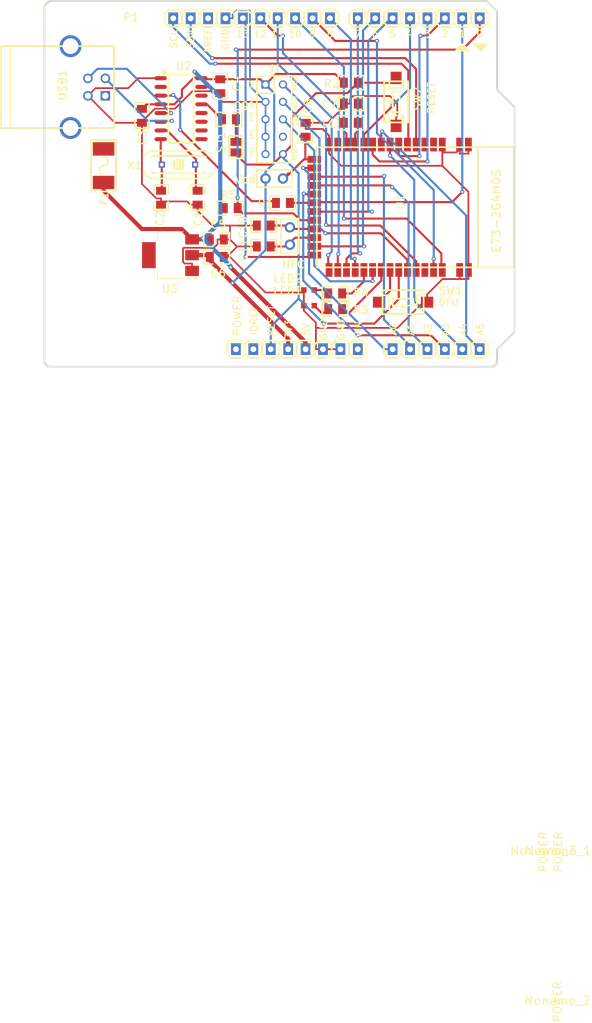
<source format=kicad_pcb>
(kicad_pcb (version 20171130) (host pcbnew "(5.1.12)-1")

  (general
    (thickness 1.6)
    (drawings 54)
    (tracks 473)
    (zones 0)
    (modules 36)
    (nets 47)
  )

  (page A4)
  (layers
    (0 F.Cu signal)
    (31 B.Cu signal)
    (32 B.Adhes user)
    (33 F.Adhes user)
    (34 B.Paste user)
    (35 F.Paste user)
    (36 B.SilkS user)
    (37 F.SilkS user)
    (38 B.Mask user)
    (39 F.Mask user)
    (40 Dwgs.User user)
    (41 Cmts.User user hide)
    (42 Eco1.User user)
    (43 Eco2.User user)
    (44 Edge.Cuts user)
    (45 Margin user)
    (46 B.CrtYd user)
    (47 F.CrtYd user)
    (48 B.Fab user hide)
    (49 F.Fab user hide)
  )

  (setup
    (last_trace_width 0.25)
    (trace_clearance 0.2)
    (zone_clearance 0.3)
    (zone_45_only no)
    (trace_min 0.2)
    (via_size 0.8)
    (via_drill 0.4)
    (via_min_size 0.4)
    (via_min_drill 0.3)
    (uvia_size 0.3)
    (uvia_drill 0.1)
    (uvias_allowed no)
    (uvia_min_size 0.2)
    (uvia_min_drill 0.1)
    (edge_width 0.05)
    (segment_width 0.2)
    (pcb_text_width 0.3)
    (pcb_text_size 1.5 1.5)
    (mod_edge_width 0.12)
    (mod_text_size 1 1)
    (mod_text_width 0.15)
    (pad_size 1.524 1.524)
    (pad_drill 0.762)
    (pad_to_mask_clearance 0.051)
    (solder_mask_min_width 0.25)
    (aux_axis_origin 0 0)
    (visible_elements 7FFFFFFF)
    (pcbplotparams
      (layerselection 0x010fc_ffffffff)
      (usegerberextensions false)
      (usegerberattributes false)
      (usegerberadvancedattributes false)
      (creategerberjobfile false)
      (excludeedgelayer true)
      (linewidth 0.100000)
      (plotframeref false)
      (viasonmask false)
      (mode 1)
      (useauxorigin false)
      (hpglpennumber 1)
      (hpglpenspeed 20)
      (hpglpendiameter 15.000000)
      (psnegative false)
      (psa4output false)
      (plotreference true)
      (plotvalue true)
      (plotinvisibletext false)
      (padsonsilk false)
      (subtractmaskfromsilk false)
      (outputformat 1)
      (mirror false)
      (drillshape 1)
      (scaleselection 1)
      (outputdirectory ""))
  )

  (net 0 "")
  (net 1 +3V3)
  (net 2 +5V)
  (net 3 A0)
  (net 4 A1)
  (net 5 A2)
  (net 6 A3)
  (net 7 A4)
  (net 8 A5)
  (net 9 C9_2)
  (net 10 D+)
  (net 11 D-)
  (net 12 D10)
  (net 13 D2)
  (net 14 D3)
  (net 15 D4)
  (net 16 D5)
  (net 17 D6)
  (net 18 D7)
  (net 19 D8)
  (net 20 D9)
  (net 21 DFU)
  (net 22 DTR)
  (net 23 GND)
  (net 24 MISO)
  (net 25 MOSI)
  (net 26 R3_1)
  (net 27 R4_1)
  (net 28 RESET)
  (net 29 RXD)
  (net 30 SCK)
  (net 31 SCL)
  (net 32 SDA)
  (net 33 SWCLK)
  (net 34 SWDIO)
  (net 35 SWO)
  (net 36 TXD)
  (net 37 U1_12)
  (net 38 U1_13)
  (net 39 U1_16)
  (net 40 U1_24)
  (net 41 U1_25)
  (net 42 U1_32)
  (net 43 U1_34)
  (net 44 U2_3)
  (net 45 U2_7)
  (net 46 U2_8)

  (net_class Default "This is the default net class."
    (clearance 0.2)
    (trace_width 0.25)
    (via_dia 0.8)
    (via_drill 0.4)
    (uvia_dia 0.3)
    (uvia_drill 0.1)
    (add_net +3V3)
    (add_net +5V)
    (add_net A0)
    (add_net A1)
    (add_net A2)
    (add_net A3)
    (add_net A4)
    (add_net A5)
    (add_net C9_2)
    (add_net D+)
    (add_net D-)
    (add_net D10)
    (add_net D2)
    (add_net D3)
    (add_net D4)
    (add_net D5)
    (add_net D6)
    (add_net D7)
    (add_net D8)
    (add_net D9)
    (add_net DFU)
    (add_net DTR)
    (add_net GND)
    (add_net MISO)
    (add_net MOSI)
    (add_net R3_1)
    (add_net R4_1)
    (add_net RESET)
    (add_net RXD)
    (add_net SCK)
    (add_net SCL)
    (add_net SDA)
    (add_net SWCLK)
    (add_net SWDIO)
    (add_net SWO)
    (add_net TXD)
    (add_net U1_12)
    (add_net U1_13)
    (add_net U1_16)
    (add_net U1_24)
    (add_net U1_25)
    (add_net U1_32)
    (add_net U1_34)
    (add_net U2_3)
    (add_net U2_7)
    (add_net U2_8)
  )

  (module "" (layer F.Cu) (tedit 0) (tstamp 0)
    (at 67.9704 87.376)
    (fp_text reference Noname_3 (at 44.196 77.47) (layer F.SilkS)
      (effects (font (size 1.27 1.27) (thickness 0.15)))
    )
    (fp_text value "" (at 44.196 77.47) (layer F.SilkS)
      (effects (font (size 1.27 1.27) (thickness 0.15)))
    )
    (fp_text user POWER (at 44.1914 80.7212 90) (layer F.SilkS)
      (effects (font (size 1.168 1.168) (thickness 0.152)) (justify left))
    )
  )

  (module "" (layer F.Cu) (tedit 0) (tstamp 0)
    (at 70.0278 109.22)
    (fp_text reference Noname_2 (at 44.196 77.47) (layer F.SilkS)
      (effects (font (size 1.27 1.27) (thickness 0.15)))
    )
    (fp_text value "" (at 44.196 77.47) (layer F.SilkS)
      (effects (font (size 1.27 1.27) (thickness 0.15)))
    )
    (fp_text user POWER (at 44.1914 80.7212 90) (layer F.SilkS)
      (effects (font (size 1.168 1.168) (thickness 0.152)) (justify left))
    )
  )

  (module "" (layer F.Cu) (tedit 0) (tstamp 0)
    (at 70.104 87.376)
    (fp_text reference Noname_1 (at 44.196 77.47) (layer F.SilkS)
      (effects (font (size 1.27 1.27) (thickness 0.15)))
    )
    (fp_text value "" (at 44.196 77.47) (layer F.SilkS)
      (effects (font (size 1.27 1.27) (thickness 0.15)))
    )
    (fp_text user POWER (at 44.1914 80.7212 90) (layer F.SilkS)
      (effects (font (size 1.168 1.168) (thickness 0.152)) (justify left))
    )
  )

  (module easyeda:LOGO_EASYEDA-TOP locked (layer F.Cu) (tedit 0) (tstamp 0)
    (at 44.196 77.47 90)
    (fp_text reference DESIGNED_WITH (at -1.212 -3.81 90) (layer Cmts.User)
      (effects (font (size 1.143 1.143) (thickness 0.178)) (justify left))
    )
    (fp_text value LOGO_EASYEDA-TOP (at -1.524 -6.604 90) (layer F.Fab) hide
      (effects (font (size 1.143 1.143) (thickness 0.127)) (justify left))
    )
    (fp_text user gge1111 (at 0 0) (layer Cmts.User)
      (effects (font (size 1 1) (thickness 0.15)))
    )
  )

  (module easyeda:HC-49S (layer F.Cu) (tedit 0) (tstamp 0)
    (at 58.928 64.77 180)
    (fp_text reference X1 (at 7.62 -0.114) (layer F.SilkS)
      (effects (font (size 1.143 1.143) (thickness 0.178)) (justify left))
    )
    (fp_text value 12MHz (at 0 -5.588 180) (layer F.Fab) hide
      (effects (font (size 1.143 1.143) (thickness 0.127)) (justify left))
    )
    (fp_line (start 0.635 0) (end 1.016 0) (layer F.SilkS) (width 0.254))
    (fp_line (start 0.635 0) (end 0.635 0.635) (layer F.SilkS) (width 0.254))
    (fp_line (start 0.635 -0.635) (end 0.635 0) (layer F.SilkS) (width 0.254))
    (fp_line (start -0.635 0) (end -1.016 0) (layer F.SilkS) (width 0.254))
    (fp_line (start -0.635 0) (end -0.635 0.635) (layer F.SilkS) (width 0.254))
    (fp_line (start -0.635 -0.635) (end -0.635 0) (layer F.SilkS) (width 0.254))
    (fp_line (start 0.254 -0.635) (end -0.254 -0.635) (layer F.SilkS) (width 0.254))
    (fp_line (start 0.254 0.635) (end 0.254 -0.635) (layer F.SilkS) (width 0.254))
    (fp_line (start -0.254 0.635) (end 0.254 0.635) (layer F.SilkS) (width 0.254))
    (fp_line (start -0.254 -0.635) (end -0.254 0.635) (layer F.SilkS) (width 0.254))
    (fp_line (start -3.429 -2.032) (end 3.429 -2.032) (layer F.SilkS) (width 0.254))
    (fp_line (start -3.429 -1.27) (end 3.429 -1.27) (layer F.SilkS) (width 0.254))
    (fp_line (start 3.429 2.032) (end -3.429 2.032) (layer F.SilkS) (width 0.254))
    (fp_line (start 3.429 1.27) (end -3.429 1.27) (layer F.SilkS) (width 0.254))
    (fp_text user gge164 (at 0 0) (layer Cmts.User)
      (effects (font (size 1 1) (thickness 0.15)))
    )
    (fp_arc (start -3.429 0) (end -5.109 -1.143) (angle 55.774) (layer F.SilkS) (width 0.254))
    (fp_arc (start 3.429 0) (end 3.429 -2.032) (angle 55.772) (layer F.SilkS) (width 0.254))
    (fp_arc (start 3.429 0) (end 3.983 1.143) (angle 25.843) (layer F.SilkS) (width 0.254))
    (fp_arc (start 3.429 0) (end 3.429 -1.27) (angle 25.843) (layer F.SilkS) (width 0.254))
    (fp_arc (start 3.429 0) (end 5.109 1.143) (angle 55.771) (layer F.SilkS) (width 0.254))
    (fp_arc (start -3.429 0) (end -3.429 2.032) (angle 55.772) (layer F.SilkS) (width 0.254))
    (fp_arc (start -3.429 0) (end -3.429 1.27) (angle 25.843) (layer F.SilkS) (width 0.254))
    (fp_arc (start -3.429 0) (end -3.983 -1.143) (angle 25.843) (layer F.SilkS) (width 0.254))
    (fp_arc (start 3.429 0) (end 3.983 -1.143) (angle 128.316) (layer Cmts.User) (width 0.254))
    (fp_arc (start 3.429 0) (end 5.109 -1.143) (angle 68.458) (layer Cmts.User) (width 0.254))
    (fp_arc (start -3.429 0) (end -3.983 1.143) (angle 128.316) (layer Cmts.User) (width 0.254))
    (fp_arc (start -3.429 0) (end -5.109 1.143) (angle 68.458) (layer Cmts.User) (width 0.254))
    (pad 1 thru_hole rect (at -2.44 -0.001 180) (size 0.907 0.907) (drill 0.508) (layers *.Cu *.Paste *.Mask)
      (net 45 U2_7))
    (pad 2 thru_hole rect (at 2.437 -0.001 180) (size 0.907 0.907) (drill 0.508) (layers *.Cu *.Paste *.Mask)
      (net 46 U2_8))
  )

  (module easyeda:0805 (layer F.Cu) (tedit 0) (tstamp 0)
    (at 61.722 70.612 90)
    (attr smd)
    (fp_text reference C1 (at -3.302 0.114 90) (layer F.SilkS)
      (effects (font (size 1.143 1.143) (thickness 0.178)) (justify left))
    )
    (fp_text value 22p (at 0.762 -4.572 90) (layer F.Fab) hide
      (effects (font (size 1.143 1.143) (thickness 0.127)) (justify left))
    )
    (fp_line (start -0.881 -1.034) (end 0.439 -1.034) (layer F.SilkS) (width 0.2))
    (fp_line (start -0.881 1.036) (end -0.881 -1.034) (layer F.SilkS) (width 0.2))
    (fp_line (start 0.439 1.036) (end -0.881 1.036) (layer F.SilkS) (width 0.2))
    (fp_line (start 2.891 -1.034) (end 1.57 -1.034) (layer F.SilkS) (width 0.2))
    (fp_line (start 2.891 1.036) (end 2.891 -1.034) (layer F.SilkS) (width 0.2))
    (fp_line (start 1.57 1.036) (end 2.891 1.036) (layer F.SilkS) (width 0.2))
    (fp_text user gge195 (at 0 0) (layer Cmts.User)
      (effects (font (size 1 1) (thickness 0.15)))
    )
    (pad 1 smd rect (at 0 0 90) (size 1.16 1.47) (layers F.Cu F.Paste F.Mask)
      (net 23 GND))
    (pad 2 smd rect (at 2.032 0 90) (size 1.16 1.47) (layers F.Cu F.Paste F.Mask)
      (net 45 U2_7))
  )

  (module easyeda:0805 (layer F.Cu) (tedit 0) (tstamp 0)
    (at 56.388 70.612 90)
    (attr smd)
    (fp_text reference C2 (at -3.302 -0.14 90) (layer F.SilkS)
      (effects (font (size 1.143 1.143) (thickness 0.178)) (justify left))
    )
    (fp_text value 22p (at 0.762 -4.572 90) (layer F.Fab) hide
      (effects (font (size 1.143 1.143) (thickness 0.127)) (justify left))
    )
    (fp_line (start -0.881 -1.034) (end 0.439 -1.034) (layer F.SilkS) (width 0.2))
    (fp_line (start -0.881 1.036) (end -0.881 -1.034) (layer F.SilkS) (width 0.2))
    (fp_line (start 0.439 1.036) (end -0.881 1.036) (layer F.SilkS) (width 0.2))
    (fp_line (start 2.891 -1.034) (end 1.57 -1.034) (layer F.SilkS) (width 0.2))
    (fp_line (start 2.891 1.036) (end 2.891 -1.034) (layer F.SilkS) (width 0.2))
    (fp_line (start 1.57 1.036) (end 2.891 1.036) (layer F.SilkS) (width 0.2))
    (fp_text user gge202 (at 0 0) (layer Cmts.User)
      (effects (font (size 1 1) (thickness 0.15)))
    )
    (pad 1 smd rect (at 0 0 90) (size 1.16 1.47) (layers F.Cu F.Paste F.Mask)
      (net 23 GND))
    (pad 2 smd rect (at 2.032 0 90) (size 1.16 1.47) (layers F.Cu F.Paste F.Mask)
      (net 46 U2_8))
  )

  (module easyeda:SOT-223 (layer F.Cu) (tedit 0) (tstamp 0)
    (at 54.61 77.978 180)
    (attr smd)
    (fp_text reference U3 (at -1.778 -4.94) (layer F.SilkS)
      (effects (font (size 1.143 1.143) (thickness 0.178)) (justify left))
    )
    (fp_text value AMS1117-3.3 (at -3.302 -6.858 180) (layer F.Fab) hide
      (effects (font (size 1.143 1.143) (thickness 0.127)) (justify left))
    )
    (fp_line (start -1.3 -3.35) (end -1.3 3.35) (layer Cmts.User) (width 0.1))
    (fp_line (start -3.95 -3.35) (end -1.3 -3.35) (layer Cmts.User) (width 0.1))
    (fp_line (start -5.001 -2.301) (end -3.95 -3.35) (layer Cmts.User) (width 0.1))
    (fp_line (start -5.001 3.35) (end -5.001 -2.301) (layer Cmts.User) (width 0.1))
    (fp_line (start -1.3 3.35) (end -5.001 3.35) (layer Cmts.User) (width 0.1))
    (fp_line (start -1.24 -3.411) (end -1.24 -2.149) (layer F.SilkS) (width 0.12))
    (fp_line (start -7.249 -3.411) (end -1.24 -3.411) (layer F.SilkS) (width 0.12))
    (fp_line (start -1.24 3.411) (end -1.24 2.149) (layer F.SilkS) (width 0.12))
    (fp_line (start -5.001 3.411) (end -1.24 3.411) (layer F.SilkS) (width 0.12))
    (fp_line (start -7.549 -3.599) (end -7.549 3.599) (layer Dwgs.User) (width 0.05))
    (fp_line (start 1.25 -3.599) (end -7.549 -3.599) (layer Dwgs.User) (width 0.05))
    (fp_line (start 1.25 3.599) (end 1.25 -3.599) (layer Dwgs.User) (width 0.05))
    (fp_line (start -7.549 3.599) (end 1.25 3.599) (layer Dwgs.User) (width 0.05))
    (fp_text user gge209 (at 0 0) (layer Cmts.User)
      (effects (font (size 1 1) (thickness 0.15)))
    )
    (pad 4 smd rect (at 0 0 180) (size 2 3.8) (layers F.Cu F.Paste F.Mask))
    (pad 2 smd rect (at -6.3 0 180) (size 2 1.5) (layers F.Cu F.Paste F.Mask)
      (net 1 +3V3))
    (pad 3 smd rect (at -6.3 2.3 180) (size 2 1.5) (layers F.Cu F.Paste F.Mask)
      (net 2 +5V))
    (pad 1 smd rect (at -6.3 -2.3 180) (size 2 1.5) (layers F.Cu F.Paste F.Mask)
      (net 23 GND))
  )

  (module easyeda:0805 (layer F.Cu) (tedit 0) (tstamp 0)
    (at 53.594 56.642 270)
    (attr smd)
    (fp_text reference C3 (at 5.405 -0.114 90) (layer F.SilkS)
      (effects (font (size 1.143 1.143) (thickness 0.178)) (justify left))
    )
    (fp_text value 10n (at 0.762 -4.572 270) (layer F.Fab) hide
      (effects (font (size 1.143 1.143) (thickness 0.127)) (justify left))
    )
    (fp_line (start -0.881 -1.036) (end 0.439 -1.036) (layer F.SilkS) (width 0.2))
    (fp_line (start -0.881 1.034) (end -0.881 -1.036) (layer F.SilkS) (width 0.2))
    (fp_line (start 0.439 1.034) (end -0.881 1.034) (layer F.SilkS) (width 0.2))
    (fp_line (start 2.891 -1.036) (end 1.572 -1.036) (layer F.SilkS) (width 0.2))
    (fp_line (start 2.891 1.034) (end 2.891 -1.036) (layer F.SilkS) (width 0.2))
    (fp_line (start 1.572 1.034) (end 2.891 1.034) (layer F.SilkS) (width 0.2))
    (fp_text user gge220 (at 0 0) (layer Cmts.User)
      (effects (font (size 1 1) (thickness 0.15)))
    )
    (pad 1 smd rect (at 0 0 270) (size 1.16 1.47) (layers F.Cu F.Paste F.Mask)
      (net 1 +3V3))
    (pad 2 smd rect (at 2.032 0 270) (size 1.16 1.47) (layers F.Cu F.Paste F.Mask)
      (net 23 GND))
  )

  (module easyeda:0805 (layer F.Cu) (tedit 0) (tstamp 0)
    (at 65.024 54.356 90)
    (attr smd)
    (fp_text reference C4 (at 0.13 2.4 90) (layer F.SilkS)
      (effects (font (size 1.143 1.143) (thickness 0.178)) (justify left))
    )
    (fp_text value 100n (at 0.762 -4.572 90) (layer F.Fab) hide
      (effects (font (size 1.143 1.143) (thickness 0.127)) (justify left))
    )
    (fp_line (start -0.881 -1.034) (end 0.439 -1.034) (layer F.SilkS) (width 0.2))
    (fp_line (start -0.881 1.036) (end -0.881 -1.034) (layer F.SilkS) (width 0.2))
    (fp_line (start 0.439 1.036) (end -0.881 1.036) (layer F.SilkS) (width 0.2))
    (fp_line (start 2.891 -1.034) (end 1.57 -1.034) (layer F.SilkS) (width 0.2))
    (fp_line (start 2.891 1.036) (end 2.891 -1.034) (layer F.SilkS) (width 0.2))
    (fp_line (start 1.57 1.036) (end 2.891 1.036) (layer F.SilkS) (width 0.2))
    (fp_text user gge227 (at 0 0) (layer Cmts.User)
      (effects (font (size 1 1) (thickness 0.15)))
    )
    (pad 1 smd rect (at 0 0 90) (size 1.16 1.47) (layers F.Cu F.Paste F.Mask)
      (net 23 GND))
    (pad 2 smd rect (at 2.032 0 90) (size 1.16 1.47) (layers F.Cu F.Paste F.Mask)
      (net 1 +3V3))
  )

  (module easyeda:0805 (layer F.Cu) (tedit 0) (tstamp 0)
    (at 63.5 75.692)
    (attr smd)
    (fp_text reference C5 (at 0 -2.172) (layer F.SilkS)
      (effects (font (size 1.143 1.143) (thickness 0.178)) (justify left))
    )
    (fp_text value 22u (at 0.762 -4.572) (layer F.Fab) hide
      (effects (font (size 1.143 1.143) (thickness 0.127)) (justify left))
    )
    (fp_line (start -0.881 -1.034) (end 0.439 -1.034) (layer F.SilkS) (width 0.2))
    (fp_line (start -0.881 1.036) (end -0.881 -1.034) (layer F.SilkS) (width 0.2))
    (fp_line (start 0.439 1.036) (end -0.881 1.036) (layer F.SilkS) (width 0.2))
    (fp_line (start 2.891 -1.034) (end 1.572 -1.034) (layer F.SilkS) (width 0.2))
    (fp_line (start 2.891 1.036) (end 2.891 -1.034) (layer F.SilkS) (width 0.2))
    (fp_line (start 1.572 1.036) (end 2.891 1.036) (layer F.SilkS) (width 0.2))
    (fp_text user gge234 (at 0 0) (layer Cmts.User)
      (effects (font (size 1 1) (thickness 0.15)))
    )
    (pad 1 smd rect (at 0 0) (size 1.16 1.47) (layers F.Cu F.Paste F.Mask)
      (net 2 +5V))
    (pad 2 smd rect (at 2.032 0) (size 1.16 1.47) (layers F.Cu F.Paste F.Mask)
      (net 23 GND))
  )

  (module easyeda:0805 (layer F.Cu) (tedit 0) (tstamp 0)
    (at 63.5 78.232)
    (attr smd)
    (fp_text reference C6 (at 0 2.4) (layer F.SilkS)
      (effects (font (size 1.143 1.143) (thickness 0.178)) (justify left))
    )
    (fp_text value 22u (at 0.762 -4.572) (layer F.Fab) hide
      (effects (font (size 1.143 1.143) (thickness 0.127)) (justify left))
    )
    (fp_line (start -0.881 -1.034) (end 0.439 -1.034) (layer F.SilkS) (width 0.2))
    (fp_line (start -0.881 1.036) (end -0.881 -1.034) (layer F.SilkS) (width 0.2))
    (fp_line (start 0.439 1.036) (end -0.881 1.036) (layer F.SilkS) (width 0.2))
    (fp_line (start 2.891 -1.034) (end 1.572 -1.034) (layer F.SilkS) (width 0.2))
    (fp_line (start 2.891 1.036) (end 2.891 -1.034) (layer F.SilkS) (width 0.2))
    (fp_line (start 1.572 1.036) (end 2.891 1.036) (layer F.SilkS) (width 0.2))
    (fp_text user gge241 (at 0 0) (layer Cmts.User)
      (effects (font (size 1 1) (thickness 0.15)))
    )
    (pad 1 smd rect (at 0 0) (size 1.16 1.47) (layers F.Cu F.Paste F.Mask)
      (net 1 +3V3))
    (pad 2 smd rect (at 2.032 0) (size 1.16 1.47) (layers F.Cu F.Paste F.Mask)
      (net 23 GND))
  )

  (module easyeda:0805 (layer F.Cu) (tedit 0) (tstamp 0)
    (at 73.152 70.358)
    (attr smd)
    (fp_text reference R1 (at -2.794 0.114) (layer F.SilkS)
      (effects (font (size 1.143 1.143) (thickness 0.178)) (justify left))
    )
    (fp_text value 1K (at 0.762 -4.572) (layer F.Fab) hide
      (effects (font (size 1.143 1.143) (thickness 0.127)) (justify left))
    )
    (fp_line (start -0.881 -1.034) (end 0.439 -1.034) (layer F.SilkS) (width 0.2))
    (fp_line (start -0.881 1.036) (end -0.881 -1.034) (layer F.SilkS) (width 0.2))
    (fp_line (start 0.439 1.036) (end -0.881 1.036) (layer F.SilkS) (width 0.2))
    (fp_line (start 2.891 -1.034) (end 1.572 -1.034) (layer F.SilkS) (width 0.2))
    (fp_line (start 2.891 1.036) (end 2.891 -1.034) (layer F.SilkS) (width 0.2))
    (fp_line (start 1.572 1.036) (end 2.891 1.036) (layer F.SilkS) (width 0.2))
    (fp_text user gge248 (at 0 0) (layer Cmts.User)
      (effects (font (size 1 1) (thickness 0.15)))
    )
    (pad 1 smd rect (at 0 0) (size 1.16 1.47) (layers F.Cu F.Paste F.Mask)
      (net 44 U2_3))
    (pad 2 smd rect (at 2.032 0) (size 1.16 1.47) (layers F.Cu F.Paste F.Mask)
      (net 36 TXD))
  )

  (module easyeda:0805 (layer F.Cu) (tedit 0) (tstamp 0)
    (at 85.09 58.674 180)
    (attr smd)
    (fp_text reference L1 (at 5.334 -0.114) (layer F.SilkS)
      (effects (font (size 1.143 1.143) (thickness 0.178)) (justify left))
    )
    (fp_text value 10uH (at 0.762 -4.572 180) (layer F.Fab) hide
      (effects (font (size 1.143 1.143) (thickness 0.127)) (justify left))
    )
    (fp_line (start -0.881 -1.036) (end 0.439 -1.036) (layer F.SilkS) (width 0.2))
    (fp_line (start -0.881 1.034) (end -0.881 -1.036) (layer F.SilkS) (width 0.2))
    (fp_line (start 0.439 1.034) (end -0.881 1.034) (layer F.SilkS) (width 0.2))
    (fp_line (start 2.891 -1.036) (end 1.57 -1.036) (layer F.SilkS) (width 0.2))
    (fp_line (start 2.891 1.034) (end 2.891 -1.036) (layer F.SilkS) (width 0.2))
    (fp_line (start 1.57 1.034) (end 2.891 1.034) (layer F.SilkS) (width 0.2))
    (fp_text user gge255 (at 0 0) (layer Cmts.User)
      (effects (font (size 1 1) (thickness 0.15)))
    )
    (pad 1 smd rect (at 0 0 180) (size 1.16 1.47) (layers F.Cu F.Paste F.Mask)
      (net 37 U1_12))
    (pad 2 smd rect (at 2.032 0 180) (size 1.16 1.47) (layers F.Cu F.Paste F.Mask)
      (net 38 U1_13))
  )

  (module easyeda:0805 (layer F.Cu) (tedit 0) (tstamp 0)
    (at 83.058 55.88)
    (attr smd)
    (fp_text reference C7 (at -3.302 0.114) (layer F.SilkS)
      (effects (font (size 1.143 1.143) (thickness 0.178)) (justify left))
    )
    (fp_text value 1u (at 0.762 -4.572) (layer F.Fab) hide
      (effects (font (size 1.143 1.143) (thickness 0.127)) (justify left))
    )
    (fp_line (start -0.881 -1.034) (end 0.439 -1.034) (layer F.SilkS) (width 0.2))
    (fp_line (start -0.881 1.036) (end -0.881 -1.034) (layer F.SilkS) (width 0.2))
    (fp_line (start 0.439 1.036) (end -0.881 1.036) (layer F.SilkS) (width 0.2))
    (fp_line (start 2.891 -1.034) (end 1.572 -1.034) (layer F.SilkS) (width 0.2))
    (fp_line (start 2.891 1.036) (end 2.891 -1.034) (layer F.SilkS) (width 0.2))
    (fp_line (start 1.572 1.036) (end 2.891 1.036) (layer F.SilkS) (width 0.2))
    (fp_text user gge262 (at 0 0) (layer Cmts.User)
      (effects (font (size 1 1) (thickness 0.15)))
    )
    (pad 1 smd rect (at 0 0) (size 1.16 1.47) (layers F.Cu F.Paste F.Mask)
      (net 23 GND))
    (pad 2 smd rect (at 2.032 0) (size 1.16 1.47) (layers F.Cu F.Paste F.Mask)
      (net 37 U1_12))
  )

  (module easyeda:M2X5 (layer F.Cu) (tedit 0) (tstamp 0)
    (at 72.898 58.166 270)
    (fp_text reference J1 (at -7.366 1.016) (layer F.SilkS)
      (effects (font (size 1.143 1.143) (thickness 0.178)) (justify left))
    )
    (fp_text value SWD (at 0 -5.842 270) (layer F.Fab) hide
      (effects (font (size 1.143 1.143) (thickness 0.127)) (justify left))
    )
    (fp_line (start -3.81 0) (end -6.35 0) (layer F.SilkS) (width 0.254))
    (fp_line (start -3.81 2.54) (end -3.81 0) (layer F.SilkS) (width 0.254))
    (fp_line (start -3.81 2.54) (end -6.35 2.54) (layer F.SilkS) (width 0.254))
    (fp_line (start 6.35 2.54) (end -3.81 2.54) (layer F.SilkS) (width 0.254))
    (fp_line (start 6.35 -2.54) (end 6.35 2.54) (layer F.SilkS) (width 0.254))
    (fp_line (start -6.35 -2.54) (end 6.35 -2.54) (layer F.SilkS) (width 0.254))
    (fp_line (start -6.35 0) (end -6.35 -2.54) (layer F.SilkS) (width 0.254))
    (fp_line (start -6.35 2.54) (end -6.35 0) (layer F.SilkS) (width 0.254))
    (fp_text user gge269 (at 0 0) (layer Cmts.User)
      (effects (font (size 1 1) (thickness 0.15)))
    )
    (pad 1 thru_hole rect (at -5.08 1.27 270) (size 1.199 1.199) (drill 0.798) (layers *.Cu *.Paste *.Mask)
      (net 1 +3V3))
    (pad 2 thru_hole circle (at -5.08 -1.27 270) (size 1.199 1.199) (drill 0.798) (layers *.Cu *.Paste *.Mask)
      (net 34 SWDIO))
    (pad 3 thru_hole circle (at -2.54 1.27 270) (size 1.199 1.199) (drill 0.798) (layers *.Cu *.Paste *.Mask)
      (net 23 GND))
    (pad 4 thru_hole circle (at -2.54 -1.27 270) (size 1.199 1.199) (drill 0.798) (layers *.Cu *.Paste *.Mask)
      (net 33 SWCLK))
    (pad 5 thru_hole circle (at 0 1.27 270) (size 1.199 1.199) (drill 0.798) (layers *.Cu *.Paste *.Mask)
      (net 23 GND))
    (pad 6 thru_hole circle (at 0 -1.27 270) (size 1.199 1.199) (drill 0.798) (layers *.Cu *.Paste *.Mask)
      (net 35 SWO))
    (pad 7 thru_hole circle (at 2.54 1.27 270) (size 1.199 1.199) (drill 0.798) (layers *.Cu *.Paste *.Mask)
      (net 23 GND))
    (pad 8 thru_hole circle (at 2.54 -1.27 270) (size 1.199 1.199) (drill 0.798) (layers *.Cu *.Paste *.Mask))
    (pad 9 thru_hole circle (at 5.08 1.27 270) (size 1.199 1.199) (drill 0.798) (layers *.Cu *.Paste *.Mask)
      (net 23 GND))
    (pad 10 thru_hole circle (at 5.08 -1.27 270) (size 1.199 1.199) (drill 0.798) (layers *.Cu *.Paste *.Mask)
      (net 28 RESET))
  )

  (module easyeda:SMD-6X3.6 (layer F.Cu) (tedit 0) (tstamp 0)
    (at 91.694 84.836 180)
    (attr smd)
    (fp_text reference SW1 (at -5.08 1.664) (layer F.SilkS)
      (effects (font (size 1.143 1.143) (thickness 0.178)) (justify left))
    )
    (fp_text value DFU (at 0 -5.08 180) (layer F.Fab) hide
      (effects (font (size 1.143 1.143) (thickness 0.127)) (justify left))
    )
    (fp_circle (center 0 -1) (end 0.25 -1) (layer F.SilkS) (width 0.254))
    (fp_line (start 1.999 1.001) (end 3 1.001) (layer F.SilkS) (width 0.254))
    (fp_line (start 1.999 -1.001) (end 1.999 1.001) (layer F.SilkS) (width 0.254))
    (fp_line (start 3 -1.001) (end 1.999 -1.001) (layer F.SilkS) (width 0.254))
    (fp_line (start -1.999 1.001) (end -3 1.001) (layer F.SilkS) (width 0.254))
    (fp_line (start -1.999 -1.001) (end -1.999 1.001) (layer F.SilkS) (width 0.254))
    (fp_line (start -3 -1.001) (end -1.999 -1.001) (layer F.SilkS) (width 0.254))
    (fp_line (start -1.499 0.5) (end -1.499 -0.5) (layer F.SilkS) (width 0.254))
    (fp_line (start 1.501 0.5) (end -1.499 0.5) (layer F.SilkS) (width 0.254))
    (fp_line (start 1.501 -0.5) (end 1.501 0.5) (layer F.SilkS) (width 0.254))
    (fp_line (start -1.499 -0.5) (end 1.501 -0.5) (layer F.SilkS) (width 0.254))
    (fp_line (start -3 1.75) (end -3 -1.75) (layer F.SilkS) (width 0.254))
    (fp_line (start 3 1.75) (end -3 1.75) (layer F.SilkS) (width 0.254))
    (fp_line (start 3 -1.75) (end 3 1.75) (layer F.SilkS) (width 0.254))
    (fp_line (start -3 -1.75) (end 3 -1.75) (layer F.SilkS) (width 0.254))
    (fp_text user gge290 (at 0 0) (layer Cmts.User)
      (effects (font (size 1 1) (thickness 0.15)))
    )
    (pad 1 smd rect (at -3.5 0 180) (size 1.8 1.6) (layers F.Cu F.Paste F.Mask)
      (net 23 GND))
    (pad 2 smd rect (at 3.5 0 180) (size 1.8 1.6) (layers F.Cu F.Paste F.Mask)
      (net 21 DFU))
  )

  (module easyeda:SMD-6X3.6 (layer F.Cu) (tedit 0) (tstamp 0)
    (at 90.678 55.626 90)
    (attr smd)
    (fp_text reference SW2 (at -1.402 3.162 90) (layer F.SilkS)
      (effects (font (size 1.143 1.143) (thickness 0.178)) (justify left))
    )
    (fp_text value RESET (at 0 -5.08 90) (layer F.Fab) hide
      (effects (font (size 1.143 1.143) (thickness 0.127)) (justify left))
    )
    (fp_circle (center 0 -1) (end 0.25 -1) (layer F.SilkS) (width 0.254))
    (fp_line (start 1.999 1.001) (end 3 1.001) (layer F.SilkS) (width 0.254))
    (fp_line (start 1.999 -1.001) (end 1.999 1.001) (layer F.SilkS) (width 0.254))
    (fp_line (start 3 -1.001) (end 1.999 -1.001) (layer F.SilkS) (width 0.254))
    (fp_line (start -1.999 1.001) (end -3 1.001) (layer F.SilkS) (width 0.254))
    (fp_line (start -1.999 -1.001) (end -1.999 1.001) (layer F.SilkS) (width 0.254))
    (fp_line (start -3 -1.001) (end -1.999 -1.001) (layer F.SilkS) (width 0.254))
    (fp_line (start -1.499 0.5) (end -1.499 -0.5) (layer F.SilkS) (width 0.254))
    (fp_line (start 1.501 0.5) (end -1.499 0.5) (layer F.SilkS) (width 0.254))
    (fp_line (start 1.501 -0.5) (end 1.501 0.5) (layer F.SilkS) (width 0.254))
    (fp_line (start -1.499 -0.5) (end 1.501 -0.5) (layer F.SilkS) (width 0.254))
    (fp_line (start -3 1.75) (end -3 -1.75) (layer F.SilkS) (width 0.254))
    (fp_line (start 3 1.75) (end -3 1.75) (layer F.SilkS) (width 0.254))
    (fp_line (start 3 -1.75) (end 3 1.75) (layer F.SilkS) (width 0.254))
    (fp_line (start -3 -1.75) (end 3 -1.75) (layer F.SilkS) (width 0.254))
    (fp_text user gge303 (at 0 0) (layer Cmts.User)
      (effects (font (size 1 1) (thickness 0.15)))
    )
    (pad 1 smd rect (at -3.5 0 90) (size 1.8 1.6) (layers F.Cu F.Paste F.Mask)
      (net 23 GND))
    (pad 2 smd rect (at 3.5 0 90) (size 1.8 1.6) (layers F.Cu F.Paste F.Mask)
      (net 28 RESET))
  )

  (module easyeda:0805 (layer F.Cu) (tedit 0) (tstamp 0)
    (at 85.09 52.832 180)
    (attr smd)
    (fp_text reference R2 (at 5.08 -0.114) (layer F.SilkS)
      (effects (font (size 1.143 1.143) (thickness 0.178)) (justify left))
    )
    (fp_text value 10K (at 0.762 -4.572 180) (layer F.Fab) hide
      (effects (font (size 1.143 1.143) (thickness 0.127)) (justify left))
    )
    (fp_line (start -0.881 -1.034) (end 0.439 -1.034) (layer F.SilkS) (width 0.2))
    (fp_line (start -0.881 1.036) (end -0.881 -1.034) (layer F.SilkS) (width 0.2))
    (fp_line (start 0.439 1.036) (end -0.881 1.036) (layer F.SilkS) (width 0.2))
    (fp_line (start 2.891 -1.034) (end 1.572 -1.034) (layer F.SilkS) (width 0.2))
    (fp_line (start 2.891 1.036) (end 2.891 -1.034) (layer F.SilkS) (width 0.2))
    (fp_line (start 1.572 1.036) (end 2.891 1.036) (layer F.SilkS) (width 0.2))
    (fp_text user gge316 (at 0 0) (layer Cmts.User)
      (effects (font (size 1 1) (thickness 0.15)))
    )
    (pad 1 smd rect (at 0 0 180) (size 1.16 1.47) (layers F.Cu F.Paste F.Mask)
      (net 28 RESET))
    (pad 2 smd rect (at 2.032 0 180) (size 1.16 1.47) (layers F.Cu F.Paste F.Mask)
      (net 1 +3V3))
  )

  (module easyeda:0805 (layer F.Cu) (tedit 0) (tstamp 0)
    (at 65.278 58.166)
    (attr smd)
    (fp_text reference C9 (at 1.524 -1.918) (layer F.SilkS)
      (effects (font (size 1.143 1.143) (thickness 0.178)) (justify left))
    )
    (fp_text value 10n (at 0.762 -4.572) (layer F.Fab) hide
      (effects (font (size 1.143 1.143) (thickness 0.127)) (justify left))
    )
    (fp_line (start -0.881 -1.034) (end 0.439 -1.034) (layer F.SilkS) (width 0.2))
    (fp_line (start -0.881 1.036) (end -0.881 -1.034) (layer F.SilkS) (width 0.2))
    (fp_line (start 0.439 1.036) (end -0.881 1.036) (layer F.SilkS) (width 0.2))
    (fp_line (start 2.891 -1.034) (end 1.572 -1.034) (layer F.SilkS) (width 0.2))
    (fp_line (start 2.891 1.036) (end 2.891 -1.034) (layer F.SilkS) (width 0.2))
    (fp_line (start 1.572 1.036) (end 2.891 1.036) (layer F.SilkS) (width 0.2))
    (fp_text user gge323 (at 0 0) (layer Cmts.User)
      (effects (font (size 1 1) (thickness 0.15)))
    )
    (pad 1 smd rect (at 0 0) (size 1.16 1.47) (layers F.Cu F.Paste F.Mask)
      (net 22 DTR))
    (pad 2 smd rect (at 2.032 0) (size 1.16 1.47) (layers F.Cu F.Paste F.Mask)
      (net 9 C9_2))
  )

  (module easyeda:SJ (layer F.Cu) (tedit 0) (tstamp 0)
    (at 67.31 62.23 90)
    (attr smd)
    (fp_text reference SJ1 (at -0.922 -2.172 90) (layer F.SilkS)
      (effects (font (size 1.143 1.143) (thickness 0.178)) (justify left))
    )
    (fp_text value DTR (at 0 -4.318 90) (layer F.Fab) hide
      (effects (font (size 1.143 1.143) (thickness 0.127)) (justify left))
    )
    (fp_line (start -1.016 0) (end -1.524 0) (layer Cmts.User) (width 0.254))
    (fp_line (start 1.016 0) (end 1.524 0) (layer Cmts.User) (width 0.254))
    (fp_line (start -1.397 -1.016) (end 1.397 -1.016) (layer F.SilkS) (width 0.254))
    (fp_line (start -1.651 0.762) (end -1.651 -0.762) (layer F.SilkS) (width 0.254))
    (fp_line (start 1.651 0.762) (end 1.651 -0.762) (layer F.SilkS) (width 0.254))
    (fp_line (start 1.397 1.016) (end -1.397 1.016) (layer F.SilkS) (width 0.254))
    (fp_text user gge330 (at 0 0) (layer Cmts.User)
      (effects (font (size 1 1) (thickness 0.15)))
    )
    (fp_arc (start 1.397 -0.762) (end 1.397 -1.016) (angle 90) (layer F.SilkS) (width 0.254))
    (fp_arc (start -1.397 -0.762) (end -1.651 -0.762) (angle 90) (layer F.SilkS) (width 0.254))
    (fp_arc (start -1.397 0.762) (end -1.397 1.016) (angle 90) (layer F.SilkS) (width 0.254))
    (fp_arc (start 1.397 0.762) (end 1.651 0.762) (angle 90) (layer F.SilkS) (width 0.254))
    (fp_arc (start -0.254 0) (end -0.254 0.127) (angle 180) (layer Cmts.User) (width 1.27))
    (fp_arc (start 0.254 0) (end 0.254 -0.127) (angle 180) (layer Cmts.User) (width 1.27))
    (pad 1 smd rect (at -0.762 0 90) (size 1.168 1.6) (layers F.Cu F.Paste F.Mask)
      (net 28 RESET))
    (pad 2 smd rect (at 0.762 0 90) (size 1.168 1.6) (layers F.Cu F.Paste F.Mask)
      (net 9 C9_2))
  )

  (module easyeda:0805 (layer F.Cu) (tedit 0) (tstamp 0)
    (at 72.39 73.66 180)
    (attr smd)
    (fp_text reference C10 (at 4.064 -2.032 90) (layer F.SilkS)
      (effects (font (size 1.143 1.143) (thickness 0.178)) (justify left))
    )
    (fp_text value 300p (at 0.762 -4.572 180) (layer F.Fab) hide
      (effects (font (size 1.143 1.143) (thickness 0.127)) (justify left))
    )
    (fp_line (start -0.881 -1.034) (end 0.439 -1.034) (layer F.SilkS) (width 0.2))
    (fp_line (start -0.881 1.036) (end -0.881 -1.034) (layer F.SilkS) (width 0.2))
    (fp_line (start 0.439 1.036) (end -0.881 1.036) (layer F.SilkS) (width 0.2))
    (fp_line (start 2.891 -1.034) (end 1.572 -1.034) (layer F.SilkS) (width 0.2))
    (fp_line (start 2.891 1.036) (end 2.891 -1.034) (layer F.SilkS) (width 0.2))
    (fp_line (start 1.572 1.036) (end 2.891 1.036) (layer F.SilkS) (width 0.2))
    (fp_text user gge347 (at 0 0) (layer Cmts.User)
      (effects (font (size 1 1) (thickness 0.15)))
    )
    (pad 1 smd rect (at 0 0.001 180) (size 1.16 1.47) (layers F.Cu F.Paste F.Mask)
      (net 40 U1_24))
    (pad 2 smd rect (at 2.032 0.001 180) (size 1.16 1.47) (layers F.Cu F.Paste F.Mask)
      (net 23 GND))
  )

  (module easyeda:0805 (layer F.Cu) (tedit 0) (tstamp 0)
    (at 72.39 76.708 180)
    (attr smd)
    (fp_text reference C11 (at 3.95 -2.286 90) (layer F.SilkS)
      (effects (font (size 1.143 1.143) (thickness 0.178)) (justify left))
    )
    (fp_text value 300p (at 0.762 -4.572 180) (layer F.Fab) hide
      (effects (font (size 1.143 1.143) (thickness 0.127)) (justify left))
    )
    (fp_line (start -0.881 -1.036) (end 0.439 -1.036) (layer F.SilkS) (width 0.2))
    (fp_line (start -0.881 1.034) (end -0.881 -1.036) (layer F.SilkS) (width 0.2))
    (fp_line (start 0.439 1.034) (end -0.881 1.034) (layer F.SilkS) (width 0.2))
    (fp_line (start 2.891 -1.036) (end 1.57 -1.036) (layer F.SilkS) (width 0.2))
    (fp_line (start 2.891 1.034) (end 2.891 -1.036) (layer F.SilkS) (width 0.2))
    (fp_line (start 1.57 1.034) (end 2.891 1.034) (layer F.SilkS) (width 0.2))
    (fp_text user gge354 (at 0 0) (layer Cmts.User)
      (effects (font (size 1 1) (thickness 0.15)))
    )
    (pad 1 smd rect (at 0 -0.001 180) (size 1.16 1.47) (layers F.Cu F.Paste F.Mask)
      (net 41 U1_25))
    (pad 2 smd rect (at 2.032 -0.001 180) (size 1.16 1.47) (layers F.Cu F.Paste F.Mask)
      (net 23 GND))
  )

  (module easyeda:0805 (layer F.Cu) (tedit 0) (tstamp 5E46DEFD)
    (at 80.772 85.852)
    (attr smd)
    (fp_text reference R3 (at 3.556 0.114) (layer F.SilkS)
      (effects (font (size 1.143 1.143) (thickness 0.178)) (justify left))
    )
    (fp_text value 1K (at 0.762 -4.572) (layer F.Fab) hide
      (effects (font (size 1.143 1.143) (thickness 0.127)) (justify left))
    )
    (fp_line (start -0.881 -1.036) (end 0.439 -1.036) (layer F.SilkS) (width 0.2))
    (fp_line (start -0.881 1.034) (end -0.881 -1.036) (layer F.SilkS) (width 0.2))
    (fp_line (start 0.439 1.034) (end -0.881 1.034) (layer F.SilkS) (width 0.2))
    (fp_line (start 2.891 -1.036) (end 1.57 -1.036) (layer F.SilkS) (width 0.2))
    (fp_line (start 2.891 1.034) (end 2.891 -1.036) (layer F.SilkS) (width 0.2))
    (fp_line (start 1.57 1.034) (end 2.891 1.034) (layer F.SilkS) (width 0.2))
    (fp_text user gge361 (at 0 0) (layer Cmts.User)
      (effects (font (size 1 1) (thickness 0.15)))
    )
    (pad 1 smd rect (at 0 0) (size 1.16 1.47) (layers F.Cu F.Paste F.Mask)
      (net 26 R3_1))
    (pad 2 smd rect (at 2.032 0) (size 1.16 1.47) (layers F.Cu F.Paste F.Mask)
      (net 43 U1_34))
  )

  (module easyeda:0805 (layer F.Cu) (tedit 0) (tstamp 0)
    (at 80.772 83.566)
    (attr smd)
    (fp_text reference R4 (at 3.556 -0.14) (layer F.SilkS)
      (effects (font (size 1.143 1.143) (thickness 0.178)) (justify left))
    )
    (fp_text value 1K (at 0.762 -4.572) (layer F.Fab) hide
      (effects (font (size 1.143 1.143) (thickness 0.127)) (justify left))
    )
    (fp_line (start -0.881 -1.034) (end 0.439 -1.034) (layer F.SilkS) (width 0.2))
    (fp_line (start -0.881 1.036) (end -0.881 -1.034) (layer F.SilkS) (width 0.2))
    (fp_line (start 0.439 1.036) (end -0.881 1.036) (layer F.SilkS) (width 0.2))
    (fp_line (start 2.891 -1.034) (end 1.572 -1.034) (layer F.SilkS) (width 0.2))
    (fp_line (start 2.891 1.036) (end 2.891 -1.034) (layer F.SilkS) (width 0.2))
    (fp_line (start 1.572 1.036) (end 2.891 1.036) (layer F.SilkS) (width 0.2))
    (fp_text user gge368 (at 0 0) (layer Cmts.User)
      (effects (font (size 1 1) (thickness 0.15)))
    )
    (pad 1 smd rect (at 0 0) (size 1.16 1.47) (layers F.Cu F.Paste F.Mask)
      (net 27 R4_1))
    (pad 2 smd rect (at 2.032 0) (size 1.16 1.47) (layers F.Cu F.Paste F.Mask)
      (net 42 U1_32))
  )

  (module easyeda:CHIPLED_0603 (layer F.Cu) (tedit 0) (tstamp 0)
    (at 77.978 85.344 90)
    (attr smd)
    (fp_text reference LED1 (at 2.172 -5.334) (layer F.SilkS)
      (effects (font (size 1.143 1.143) (thickness 0.178)) (justify left))
    )
    (fp_text value BLUE (at -0.254 -4.572 90) (layer F.Fab) hide
      (effects (font (size 1.143 1.143) (thickness 0.127)) (justify left))
    )
    (fp_circle (center -0.356 -0.635) (end -0.102 -0.635) (layer Cmts.User) (width 0.254))
    (fp_line (start 0.406 -0.356) (end 0.406 0.356) (layer Cmts.User) (width 0.254))
    (fp_line (start -0.406 -0.381) (end -0.406 0.356) (layer Cmts.User) (width 0.254))
    (fp_text user gge375 (at 0 0) (layer Cmts.User)
      (effects (font (size 1 1) (thickness 0.15)))
    )
    (fp_arc (start 0 -0.825) (end 0.3 -0.825) (angle 180) (layer Cmts.User) (width 0.254))
    (fp_arc (start 0 0.825) (end -0.275 0.825) (angle 180) (layer Cmts.User) (width 0.254))
    (pad C smd rect (at 0.001 -0.763 90) (size 0.8 0.8) (layers F.Cu F.Paste F.Mask)
      (net 23 GND))
    (pad A smd rect (at 0.001 0.761 90) (size 0.8 0.8) (layers F.Cu F.Paste F.Mask)
      (net 26 R3_1))
  )

  (module easyeda:CHIPLED_0603 (layer F.Cu) (tedit 0) (tstamp 0)
    (at 77.978 83.058 90)
    (attr smd)
    (fp_text reference LED2 (at 1.664 -5.334) (layer F.SilkS)
      (effects (font (size 1.143 1.143) (thickness 0.178)) (justify left))
    )
    (fp_text value RED (at -0.254 -4.572 90) (layer F.Fab) hide
      (effects (font (size 1.143 1.143) (thickness 0.127)) (justify left))
    )
    (fp_circle (center -0.356 -0.635) (end -0.102 -0.635) (layer Cmts.User) (width 0.254))
    (fp_line (start 0.406 -0.356) (end 0.406 0.356) (layer Cmts.User) (width 0.254))
    (fp_line (start -0.406 -0.381) (end -0.406 0.356) (layer Cmts.User) (width 0.254))
    (fp_text user gge385 (at 0 0) (layer Cmts.User)
      (effects (font (size 1 1) (thickness 0.15)))
    )
    (fp_arc (start 0 -0.825) (end 0.3 -0.825) (angle 180) (layer Cmts.User) (width 0.254))
    (fp_arc (start 0 0.825) (end -0.275 0.825) (angle 180) (layer Cmts.User) (width 0.254))
    (pad C smd rect (at -0.001 -0.761 90) (size 0.8 0.8) (layers F.Cu F.Paste F.Mask)
      (net 23 GND))
    (pad A smd rect (at -0.001 0.763 90) (size 0.8 0.8) (layers F.Cu F.Paste F.Mask)
      (net 27 R4_1))
  )

  (module easyeda:UNO_R3 (layer F.Cu) (tedit 0) (tstamp 0)
    (at 39.116 94.234)
    (fp_text reference P1 (at 11.684 -50.94) (layer F.SilkS)
      (effects (font (size 1.143 1.143) (thickness 0.178)) (justify left))
    )
    (fp_text value POWER (at 28.418 -4.318 90) (layer F.SilkS)
      (effects (font (size 1.168 1.168) (thickness 0.152)) (justify left))
    )
    (fp_line (start 45.339 -1.27) (end 44.704 -1.905) (layer F.SilkS) (width 0.254))
    (fp_line (start 46.609 -1.27) (end 45.339 -1.27) (layer F.SilkS) (width 0.254))
    (fp_line (start 47.244 -1.905) (end 46.609 -1.27) (layer F.SilkS) (width 0.254))
    (fp_line (start 47.244 -3.175) (end 47.244 -1.905) (layer F.SilkS) (width 0.254))
    (fp_line (start 46.609 -3.81) (end 47.244 -3.175) (layer F.SilkS) (width 0.254))
    (fp_line (start 45.339 -3.81) (end 46.609 -3.81) (layer F.SilkS) (width 0.254))
    (fp_line (start 44.704 -3.175) (end 45.339 -3.81) (layer F.SilkS) (width 0.254))
    (fp_line (start 32.004 -3.175) (end 32.004 -1.905) (layer F.SilkS) (width 0.254))
    (fp_line (start 29.464 -3.175) (end 29.464 -1.905) (layer F.SilkS) (width 0.254))
    (fp_line (start 34.544 -3.175) (end 34.544 -1.905) (layer F.SilkS) (width 0.254))
    (fp_line (start 39.624 -3.175) (end 39.624 -1.905) (layer F.SilkS) (width 0.254))
    (fp_line (start 37.084 -3.175) (end 37.084 -1.905) (layer F.SilkS) (width 0.254))
    (fp_line (start 42.164 -1.905) (end 42.164 -3.175) (layer F.SilkS) (width 0.254))
    (fp_line (start 42.799 -1.27) (end 42.164 -1.905) (layer F.SilkS) (width 0.254))
    (fp_line (start 44.069 -1.27) (end 42.799 -1.27) (layer F.SilkS) (width 0.254))
    (fp_line (start 44.704 -1.905) (end 44.069 -1.27) (layer F.SilkS) (width 0.254))
    (fp_line (start 44.704 -3.175) (end 44.704 -1.905) (layer F.SilkS) (width 0.254))
    (fp_line (start 44.069 -3.81) (end 44.704 -3.175) (layer F.SilkS) (width 0.254))
    (fp_line (start 42.799 -3.81) (end 44.069 -3.81) (layer F.SilkS) (width 0.254))
    (fp_line (start 42.164 -3.175) (end 42.799 -3.81) (layer F.SilkS) (width 0.254))
    (fp_line (start 41.529 -3.81) (end 42.164 -3.175) (layer F.SilkS) (width 0.254))
    (fp_line (start 40.259 -3.81) (end 41.529 -3.81) (layer F.SilkS) (width 0.254))
    (fp_line (start 39.624 -3.175) (end 40.259 -3.81) (layer F.SilkS) (width 0.254))
    (fp_line (start 38.989 -3.81) (end 39.624 -3.175) (layer F.SilkS) (width 0.254))
    (fp_line (start 37.719 -3.81) (end 38.989 -3.81) (layer F.SilkS) (width 0.254))
    (fp_line (start 37.084 -3.175) (end 37.719 -3.81) (layer F.SilkS) (width 0.254))
    (fp_line (start 36.449 -3.81) (end 37.084 -3.175) (layer F.SilkS) (width 0.254))
    (fp_line (start 35.179 -3.81) (end 36.449 -3.81) (layer F.SilkS) (width 0.254))
    (fp_line (start 34.544 -3.175) (end 35.179 -3.81) (layer F.SilkS) (width 0.254))
    (fp_line (start 33.909 -3.81) (end 34.544 -3.175) (layer F.SilkS) (width 0.254))
    (fp_line (start 32.639 -3.81) (end 33.909 -3.81) (layer F.SilkS) (width 0.254))
    (fp_line (start 32.004 -3.175) (end 32.639 -3.81) (layer F.SilkS) (width 0.254))
    (fp_line (start 31.369 -3.81) (end 32.004 -3.175) (layer F.SilkS) (width 0.254))
    (fp_line (start 30.099 -3.81) (end 31.369 -3.81) (layer F.SilkS) (width 0.254))
    (fp_line (start 29.464 -3.175) (end 30.099 -3.81) (layer F.SilkS) (width 0.254))
    (fp_line (start 28.829 -3.81) (end 29.464 -3.175) (layer F.SilkS) (width 0.254))
    (fp_line (start 27.559 -3.81) (end 28.829 -3.81) (layer F.SilkS) (width 0.254))
    (fp_line (start 26.924 -3.175) (end 27.559 -3.81) (layer F.SilkS) (width 0.254))
    (fp_line (start 26.924 -1.905) (end 26.924 -3.175) (layer F.SilkS) (width 0.254))
    (fp_line (start 27.559 -1.27) (end 26.924 -1.905) (layer F.SilkS) (width 0.254))
    (fp_line (start 28.829 -1.27) (end 27.559 -1.27) (layer F.SilkS) (width 0.254))
    (fp_line (start 29.464 -1.905) (end 28.829 -1.27) (layer F.SilkS) (width 0.254))
    (fp_line (start 30.099 -1.27) (end 29.464 -1.905) (layer F.SilkS) (width 0.254))
    (fp_line (start 31.369 -1.27) (end 30.099 -1.27) (layer F.SilkS) (width 0.254))
    (fp_line (start 32.004 -1.905) (end 31.369 -1.27) (layer F.SilkS) (width 0.254))
    (fp_line (start 32.639 -1.27) (end 32.004 -1.905) (layer F.SilkS) (width 0.254))
    (fp_line (start 33.909 -1.27) (end 32.639 -1.27) (layer F.SilkS) (width 0.254))
    (fp_line (start 34.544 -1.905) (end 33.909 -1.27) (layer F.SilkS) (width 0.254))
    (fp_line (start 35.179 -1.27) (end 34.544 -1.905) (layer F.SilkS) (width 0.254))
    (fp_line (start 36.449 -1.27) (end 35.179 -1.27) (layer F.SilkS) (width 0.254))
    (fp_line (start 37.084 -1.905) (end 36.449 -1.27) (layer F.SilkS) (width 0.254))
    (fp_line (start 37.719 -1.27) (end 37.084 -1.905) (layer F.SilkS) (width 0.254))
    (fp_line (start 38.989 -1.27) (end 37.719 -1.27) (layer F.SilkS) (width 0.254))
    (fp_line (start 39.624 -1.905) (end 38.989 -1.27) (layer F.SilkS) (width 0.254))
    (fp_line (start 40.259 -1.27) (end 39.624 -1.905) (layer F.SilkS) (width 0.254))
    (fp_line (start 41.529 -1.27) (end 40.259 -1.27) (layer F.SilkS) (width 0.254))
    (fp_line (start 42.164 -1.905) (end 41.529 -1.27) (layer F.SilkS) (width 0.254))
    (fp_line (start 63.119 -1.27) (end 62.484 -1.905) (layer F.SilkS) (width 0.254))
    (fp_line (start 64.389 -1.27) (end 63.119 -1.27) (layer F.SilkS) (width 0.254))
    (fp_line (start 65.024 -1.905) (end 64.389 -1.27) (layer F.SilkS) (width 0.254))
    (fp_line (start 65.024 -3.175) (end 65.024 -1.905) (layer F.SilkS) (width 0.254))
    (fp_line (start 64.389 -3.81) (end 65.024 -3.175) (layer F.SilkS) (width 0.254))
    (fp_line (start 63.119 -3.81) (end 64.389 -3.81) (layer F.SilkS) (width 0.254))
    (fp_line (start 62.484 -3.175) (end 63.119 -3.81) (layer F.SilkS) (width 0.254))
    (fp_line (start 54.864 -3.175) (end 54.864 -1.905) (layer F.SilkS) (width 0.254))
    (fp_line (start 52.324 -3.175) (end 52.324 -1.905) (layer F.SilkS) (width 0.254))
    (fp_line (start 60.579 -1.27) (end 59.944 -1.905) (layer F.SilkS) (width 0.254))
    (fp_line (start 61.849 -1.27) (end 60.579 -1.27) (layer F.SilkS) (width 0.254))
    (fp_line (start 62.484 -1.905) (end 61.849 -1.27) (layer F.SilkS) (width 0.254))
    (fp_line (start 62.484 -3.175) (end 62.484 -1.905) (layer F.SilkS) (width 0.254))
    (fp_line (start 61.849 -3.81) (end 62.484 -3.175) (layer F.SilkS) (width 0.254))
    (fp_line (start 60.579 -3.81) (end 61.849 -3.81) (layer F.SilkS) (width 0.254))
    (fp_line (start 59.944 -3.175) (end 60.579 -3.81) (layer F.SilkS) (width 0.254))
    (fp_line (start 57.404 -1.905) (end 57.404 -3.175) (layer F.SilkS) (width 0.254))
    (fp_line (start 58.039 -1.27) (end 57.404 -1.905) (layer F.SilkS) (width 0.254))
    (fp_line (start 59.309 -1.27) (end 58.039 -1.27) (layer F.SilkS) (width 0.254))
    (fp_line (start 59.944 -1.905) (end 59.309 -1.27) (layer F.SilkS) (width 0.254))
    (fp_line (start 59.944 -3.175) (end 59.944 -1.905) (layer F.SilkS) (width 0.254))
    (fp_line (start 59.309 -3.81) (end 59.944 -3.175) (layer F.SilkS) (width 0.254))
    (fp_line (start 58.039 -3.81) (end 59.309 -3.81) (layer F.SilkS) (width 0.254))
    (fp_line (start 57.404 -3.175) (end 58.039 -3.81) (layer F.SilkS) (width 0.254))
    (fp_line (start 56.769 -3.81) (end 57.404 -3.175) (layer F.SilkS) (width 0.254))
    (fp_line (start 55.499 -3.81) (end 56.769 -3.81) (layer F.SilkS) (width 0.254))
    (fp_line (start 54.864 -3.175) (end 55.499 -3.81) (layer F.SilkS) (width 0.254))
    (fp_line (start 54.229 -3.81) (end 54.864 -3.175) (layer F.SilkS) (width 0.254))
    (fp_line (start 52.959 -3.81) (end 54.229 -3.81) (layer F.SilkS) (width 0.254))
    (fp_line (start 52.324 -3.175) (end 52.959 -3.81) (layer F.SilkS) (width 0.254))
    (fp_line (start 51.689 -3.81) (end 52.324 -3.175) (layer F.SilkS) (width 0.254))
    (fp_line (start 50.419 -3.81) (end 51.689 -3.81) (layer F.SilkS) (width 0.254))
    (fp_line (start 49.784 -3.175) (end 50.419 -3.81) (layer F.SilkS) (width 0.254))
    (fp_line (start 49.784 -1.905) (end 49.784 -3.175) (layer F.SilkS) (width 0.254))
    (fp_line (start 50.419 -1.27) (end 49.784 -1.905) (layer F.SilkS) (width 0.254))
    (fp_line (start 51.689 -1.27) (end 50.419 -1.27) (layer F.SilkS) (width 0.254))
    (fp_line (start 52.324 -1.905) (end 51.689 -1.27) (layer F.SilkS) (width 0.254))
    (fp_line (start 52.959 -1.27) (end 52.324 -1.905) (layer F.SilkS) (width 0.254))
    (fp_line (start 54.229 -1.27) (end 52.959 -1.27) (layer F.SilkS) (width 0.254))
    (fp_line (start 54.864 -1.905) (end 54.229 -1.27) (layer F.SilkS) (width 0.254))
    (fp_line (start 55.499 -1.27) (end 54.864 -1.905) (layer F.SilkS) (width 0.254))
    (fp_line (start 56.769 -1.27) (end 55.499 -1.27) (layer F.SilkS) (width 0.254))
    (fp_line (start 57.404 -1.905) (end 56.769 -1.27) (layer F.SilkS) (width 0.254))
    (fp_line (start 46.609 -52.07) (end 47.244 -51.435) (layer F.SilkS) (width 0.254))
    (fp_line (start 45.339 -52.07) (end 46.609 -52.07) (layer F.SilkS) (width 0.254))
    (fp_line (start 44.704 -51.435) (end 45.339 -52.07) (layer F.SilkS) (width 0.254))
    (fp_line (start 44.704 -50.165) (end 44.704 -51.435) (layer F.SilkS) (width 0.254))
    (fp_line (start 45.339 -49.53) (end 44.704 -50.165) (layer F.SilkS) (width 0.254))
    (fp_line (start 46.609 -49.53) (end 45.339 -49.53) (layer F.SilkS) (width 0.254))
    (fp_line (start 47.244 -50.165) (end 46.609 -49.53) (layer F.SilkS) (width 0.254))
    (fp_line (start 59.944 -50.165) (end 59.944 -51.435) (layer F.SilkS) (width 0.254))
    (fp_line (start 62.484 -50.165) (end 62.484 -51.435) (layer F.SilkS) (width 0.254))
    (fp_line (start 57.404 -50.165) (end 57.404 -51.435) (layer F.SilkS) (width 0.254))
    (fp_line (start 52.324 -50.165) (end 52.324 -51.435) (layer F.SilkS) (width 0.254))
    (fp_line (start 54.864 -50.165) (end 54.864 -51.435) (layer F.SilkS) (width 0.254))
    (fp_line (start 49.784 -51.435) (end 49.784 -50.165) (layer F.SilkS) (width 0.254))
    (fp_line (start 49.149 -52.07) (end 49.784 -51.435) (layer F.SilkS) (width 0.254))
    (fp_line (start 47.879 -52.07) (end 49.149 -52.07) (layer F.SilkS) (width 0.254))
    (fp_line (start 47.244 -51.435) (end 47.879 -52.07) (layer F.SilkS) (width 0.254))
    (fp_line (start 47.244 -50.165) (end 47.244 -51.435) (layer F.SilkS) (width 0.254))
    (fp_line (start 47.879 -49.53) (end 47.244 -50.165) (layer F.SilkS) (width 0.254))
    (fp_line (start 49.149 -49.53) (end 47.879 -49.53) (layer F.SilkS) (width 0.254))
    (fp_line (start 49.784 -50.165) (end 49.149 -49.53) (layer F.SilkS) (width 0.254))
    (fp_line (start 50.419 -49.53) (end 49.784 -50.165) (layer F.SilkS) (width 0.254))
    (fp_line (start 51.689 -49.53) (end 50.419 -49.53) (layer F.SilkS) (width 0.254))
    (fp_line (start 52.324 -50.165) (end 51.689 -49.53) (layer F.SilkS) (width 0.254))
    (fp_line (start 52.959 -49.53) (end 52.324 -50.165) (layer F.SilkS) (width 0.254))
    (fp_line (start 54.229 -49.53) (end 52.959 -49.53) (layer F.SilkS) (width 0.254))
    (fp_line (start 54.864 -50.165) (end 54.229 -49.53) (layer F.SilkS) (width 0.254))
    (fp_line (start 55.499 -49.53) (end 54.864 -50.165) (layer F.SilkS) (width 0.254))
    (fp_line (start 56.769 -49.53) (end 55.499 -49.53) (layer F.SilkS) (width 0.254))
    (fp_line (start 57.404 -50.165) (end 56.769 -49.53) (layer F.SilkS) (width 0.254))
    (fp_line (start 58.039 -49.53) (end 57.404 -50.165) (layer F.SilkS) (width 0.254))
    (fp_line (start 59.309 -49.53) (end 58.039 -49.53) (layer F.SilkS) (width 0.254))
    (fp_line (start 59.944 -50.165) (end 59.309 -49.53) (layer F.SilkS) (width 0.254))
    (fp_line (start 60.579 -49.53) (end 59.944 -50.165) (layer F.SilkS) (width 0.254))
    (fp_line (start 61.849 -49.53) (end 60.579 -49.53) (layer F.SilkS) (width 0.254))
    (fp_line (start 62.484 -50.165) (end 61.849 -49.53) (layer F.SilkS) (width 0.254))
    (fp_line (start 63.119 -49.53) (end 62.484 -50.165) (layer F.SilkS) (width 0.254))
    (fp_line (start 64.389 -49.53) (end 63.119 -49.53) (layer F.SilkS) (width 0.254))
    (fp_line (start 65.024 -50.165) (end 64.389 -49.53) (layer F.SilkS) (width 0.254))
    (fp_line (start 65.024 -51.435) (end 65.024 -50.165) (layer F.SilkS) (width 0.254))
    (fp_line (start 64.389 -52.07) (end 65.024 -51.435) (layer F.SilkS) (width 0.254))
    (fp_line (start 63.119 -52.07) (end 64.389 -52.07) (layer F.SilkS) (width 0.254))
    (fp_line (start 62.484 -51.435) (end 63.119 -52.07) (layer F.SilkS) (width 0.254))
    (fp_line (start 61.849 -52.07) (end 62.484 -51.435) (layer F.SilkS) (width 0.254))
    (fp_line (start 60.579 -52.07) (end 61.849 -52.07) (layer F.SilkS) (width 0.254))
    (fp_line (start 59.944 -51.435) (end 60.579 -52.07) (layer F.SilkS) (width 0.254))
    (fp_line (start 59.309 -52.07) (end 59.944 -51.435) (layer F.SilkS) (width 0.254))
    (fp_line (start 58.039 -52.07) (end 59.309 -52.07) (layer F.SilkS) (width 0.254))
    (fp_line (start 57.404 -51.435) (end 58.039 -52.07) (layer F.SilkS) (width 0.254))
    (fp_line (start 56.769 -52.07) (end 57.404 -51.435) (layer F.SilkS) (width 0.254))
    (fp_line (start 55.499 -52.07) (end 56.769 -52.07) (layer F.SilkS) (width 0.254))
    (fp_line (start 54.864 -51.435) (end 55.499 -52.07) (layer F.SilkS) (width 0.254))
    (fp_line (start 54.229 -52.07) (end 54.864 -51.435) (layer F.SilkS) (width 0.254))
    (fp_line (start 52.959 -52.07) (end 54.229 -52.07) (layer F.SilkS) (width 0.254))
    (fp_line (start 52.324 -51.435) (end 52.959 -52.07) (layer F.SilkS) (width 0.254))
    (fp_line (start 51.689 -52.07) (end 52.324 -51.435) (layer F.SilkS) (width 0.254))
    (fp_line (start 50.419 -52.07) (end 51.689 -52.07) (layer F.SilkS) (width 0.254))
    (fp_line (start 49.784 -51.435) (end 50.419 -52.07) (layer F.SilkS) (width 0.254))
    (fp_line (start 19.685 -52.07) (end 20.32 -51.435) (layer F.SilkS) (width 0.254))
    (fp_line (start 18.415 -52.07) (end 19.685 -52.07) (layer F.SilkS) (width 0.254))
    (fp_line (start 17.78 -51.435) (end 18.415 -52.07) (layer F.SilkS) (width 0.254))
    (fp_line (start 17.78 -50.165) (end 17.78 -51.435) (layer F.SilkS) (width 0.254))
    (fp_line (start 18.415 -49.53) (end 17.78 -50.165) (layer F.SilkS) (width 0.254))
    (fp_line (start 19.685 -49.53) (end 18.415 -49.53) (layer F.SilkS) (width 0.254))
    (fp_line (start 20.32 -50.165) (end 19.685 -49.53) (layer F.SilkS) (width 0.254))
    (fp_line (start 38.1 -50.165) (end 38.1 -51.435) (layer F.SilkS) (width 0.254))
    (fp_line (start 40.64 -50.165) (end 40.64 -51.435) (layer F.SilkS) (width 0.254))
    (fp_line (start 35.56 -50.165) (end 35.56 -51.435) (layer F.SilkS) (width 0.254))
    (fp_line (start 30.48 -50.165) (end 30.48 -51.435) (layer F.SilkS) (width 0.254))
    (fp_line (start 33.02 -50.165) (end 33.02 -51.435) (layer F.SilkS) (width 0.254))
    (fp_line (start 27.94 -50.165) (end 27.94 -51.435) (layer F.SilkS) (width 0.254))
    (fp_line (start 25.4 -50.165) (end 25.4 -51.435) (layer F.SilkS) (width 0.254))
    (fp_line (start 22.86 -51.435) (end 22.86 -50.165) (layer F.SilkS) (width 0.254))
    (fp_line (start 22.225 -52.07) (end 22.86 -51.435) (layer F.SilkS) (width 0.254))
    (fp_line (start 20.955 -52.07) (end 22.225 -52.07) (layer F.SilkS) (width 0.254))
    (fp_line (start 20.32 -51.435) (end 20.955 -52.07) (layer F.SilkS) (width 0.254))
    (fp_line (start 20.32 -50.165) (end 20.32 -51.435) (layer F.SilkS) (width 0.254))
    (fp_line (start 20.955 -49.53) (end 20.32 -50.165) (layer F.SilkS) (width 0.254))
    (fp_line (start 22.225 -49.53) (end 20.955 -49.53) (layer F.SilkS) (width 0.254))
    (fp_line (start 22.86 -50.165) (end 22.225 -49.53) (layer F.SilkS) (width 0.254))
    (fp_line (start 23.495 -49.53) (end 22.86 -50.165) (layer F.SilkS) (width 0.254))
    (fp_line (start 24.765 -49.53) (end 23.495 -49.53) (layer F.SilkS) (width 0.254))
    (fp_line (start 25.4 -50.165) (end 24.765 -49.53) (layer F.SilkS) (width 0.254))
    (fp_line (start 26.035 -49.53) (end 25.4 -50.165) (layer F.SilkS) (width 0.254))
    (fp_line (start 27.305 -49.53) (end 26.035 -49.53) (layer F.SilkS) (width 0.254))
    (fp_line (start 27.94 -50.165) (end 27.305 -49.53) (layer F.SilkS) (width 0.254))
    (fp_line (start 28.575 -49.53) (end 27.94 -50.165) (layer F.SilkS) (width 0.254))
    (fp_line (start 29.845 -49.53) (end 28.575 -49.53) (layer F.SilkS) (width 0.254))
    (fp_line (start 30.48 -50.165) (end 29.845 -49.53) (layer F.SilkS) (width 0.254))
    (fp_line (start 31.115 -49.53) (end 30.48 -50.165) (layer F.SilkS) (width 0.254))
    (fp_line (start 32.385 -49.53) (end 31.115 -49.53) (layer F.SilkS) (width 0.254))
    (fp_line (start 33.02 -50.165) (end 32.385 -49.53) (layer F.SilkS) (width 0.254))
    (fp_line (start 33.655 -49.53) (end 33.02 -50.165) (layer F.SilkS) (width 0.254))
    (fp_line (start 34.925 -49.53) (end 33.655 -49.53) (layer F.SilkS) (width 0.254))
    (fp_line (start 35.56 -50.165) (end 34.925 -49.53) (layer F.SilkS) (width 0.254))
    (fp_line (start 36.195 -49.53) (end 35.56 -50.165) (layer F.SilkS) (width 0.254))
    (fp_line (start 37.465 -49.53) (end 36.195 -49.53) (layer F.SilkS) (width 0.254))
    (fp_line (start 38.1 -50.165) (end 37.465 -49.53) (layer F.SilkS) (width 0.254))
    (fp_line (start 38.735 -49.53) (end 38.1 -50.165) (layer F.SilkS) (width 0.254))
    (fp_line (start 40.005 -49.53) (end 38.735 -49.53) (layer F.SilkS) (width 0.254))
    (fp_line (start 40.64 -50.165) (end 40.005 -49.53) (layer F.SilkS) (width 0.254))
    (fp_line (start 41.275 -49.53) (end 40.64 -50.165) (layer F.SilkS) (width 0.254))
    (fp_line (start 42.545 -49.53) (end 41.275 -49.53) (layer F.SilkS) (width 0.254))
    (fp_line (start 43.18 -50.165) (end 42.545 -49.53) (layer F.SilkS) (width 0.254))
    (fp_line (start 43.18 -51.435) (end 43.18 -50.165) (layer F.SilkS) (width 0.254))
    (fp_line (start 42.545 -52.07) (end 43.18 -51.435) (layer F.SilkS) (width 0.254))
    (fp_line (start 41.275 -52.07) (end 42.545 -52.07) (layer F.SilkS) (width 0.254))
    (fp_line (start 40.64 -51.435) (end 41.275 -52.07) (layer F.SilkS) (width 0.254))
    (fp_line (start 40.005 -52.07) (end 40.64 -51.435) (layer F.SilkS) (width 0.254))
    (fp_line (start 38.735 -52.07) (end 40.005 -52.07) (layer F.SilkS) (width 0.254))
    (fp_line (start 38.1 -51.435) (end 38.735 -52.07) (layer F.SilkS) (width 0.254))
    (fp_line (start 37.465 -52.07) (end 38.1 -51.435) (layer F.SilkS) (width 0.254))
    (fp_line (start 36.195 -52.07) (end 37.465 -52.07) (layer F.SilkS) (width 0.254))
    (fp_line (start 35.56 -51.435) (end 36.195 -52.07) (layer F.SilkS) (width 0.254))
    (fp_line (start 34.925 -52.07) (end 35.56 -51.435) (layer F.SilkS) (width 0.254))
    (fp_line (start 33.655 -52.07) (end 34.925 -52.07) (layer F.SilkS) (width 0.254))
    (fp_line (start 33.02 -51.435) (end 33.655 -52.07) (layer F.SilkS) (width 0.254))
    (fp_line (start 32.385 -52.07) (end 33.02 -51.435) (layer F.SilkS) (width 0.254))
    (fp_line (start 31.115 -52.07) (end 32.385 -52.07) (layer F.SilkS) (width 0.254))
    (fp_line (start 30.48 -51.435) (end 31.115 -52.07) (layer F.SilkS) (width 0.254))
    (fp_line (start 29.845 -52.07) (end 30.48 -51.435) (layer F.SilkS) (width 0.254))
    (fp_line (start 28.575 -52.07) (end 29.845 -52.07) (layer F.SilkS) (width 0.254))
    (fp_line (start 27.94 -51.435) (end 28.575 -52.07) (layer F.SilkS) (width 0.254))
    (fp_line (start 27.305 -52.07) (end 27.94 -51.435) (layer F.SilkS) (width 0.254))
    (fp_line (start 26.035 -52.07) (end 27.305 -52.07) (layer F.SilkS) (width 0.254))
    (fp_line (start 25.4 -51.435) (end 26.035 -52.07) (layer F.SilkS) (width 0.254))
    (fp_line (start 24.765 -52.07) (end 25.4 -51.435) (layer F.SilkS) (width 0.254))
    (fp_line (start 23.495 -52.07) (end 24.765 -52.07) (layer F.SilkS) (width 0.254))
    (fp_line (start 22.86 -51.435) (end 23.495 -52.07) (layer F.SilkS) (width 0.254))
    (fp_line (start 63.881 -46.609) (end 63.881 -46.482) (layer F.SilkS) (width 0.305))
    (fp_line (start 63.5 -46.736) (end 64.008 -46.736) (layer F.SilkS) (width 0.305))
    (fp_line (start 63.881 -46.355) (end 63.5 -46.736) (layer F.SilkS) (width 0.305))
    (fp_line (start 64.389 -46.863) (end 63.881 -46.355) (layer F.SilkS) (width 0.305))
    (fp_line (start 63.373 -46.863) (end 64.389 -46.863) (layer F.SilkS) (width 0.305))
    (fp_line (start 60.96 -46.228) (end 61.341 -46.482) (layer F.SilkS) (width 0.305))
    (fp_line (start 61.722 -46.228) (end 60.96 -46.228) (layer F.SilkS) (width 0.305))
    (fp_line (start 61.214 -46.736) (end 61.722 -46.228) (layer F.SilkS) (width 0.305))
    (fp_line (start 60.706 -46.228) (end 61.214 -46.736) (layer F.SilkS) (width 0.305))
    (fp_line (start 63.881 -46.101) (end 64.77 -46.99) (layer F.SilkS) (width 0.305))
    (fp_line (start 62.992 -46.99) (end 63.881 -46.101) (layer F.SilkS) (width 0.305))
    (fp_line (start 64.77 -46.99) (end 62.992 -46.99) (layer F.SilkS) (width 0.305))
    (fp_line (start 61.214 -46.99) (end 60.325 -46.101) (layer F.SilkS) (width 0.305))
    (fp_line (start 62.103 -46.101) (end 61.214 -46.99) (layer F.SilkS) (width 0.305))
    (fp_line (start 60.325 -46.101) (end 62.103 -46.101) (layer F.SilkS) (width 0.305))
    (fp_line (start 0.254 -1.016) (end 0.254 -52.349) (layer F.SilkS) (width 0.254))
    (fp_line (start 65.303 0) (end 1.245 0) (layer F.SilkS) (width 0.254))
    (fp_line (start 66.294 -2.54) (end 66.294 -0.991) (layer F.SilkS) (width 0.254))
    (fp_line (start 68.834 -5.08) (end 66.294 -2.54) (layer F.SilkS) (width 0.254))
    (fp_line (start 68.834 -37.846) (end 68.834 -5.08) (layer F.SilkS) (width 0.254))
    (fp_line (start 66.294 -40.386) (end 68.834 -37.846) (layer F.SilkS) (width 0.254))
    (fp_line (start 66.294 -51.816) (end 66.294 -40.386) (layer F.SilkS) (width 0.254))
    (fp_line (start 64.77 -53.34) (end 66.294 -51.816) (layer F.SilkS) (width 0.254))
    (fp_line (start 1.245 -53.34) (end 64.77 -53.34) (layer F.SilkS) (width 0.254))
    (fp_text user gge395 (at 0 0) (layer Cmts.User)
      (effects (font (size 1 1) (thickness 0.15)))
    )
    (fp_arc (start 65.293 -1.001) (end 66.294 -1.001) (angle 90) (layer F.SilkS) (width 0.254))
    (fp_arc (start 1.255 -1.001) (end 1.255 0) (angle 90) (layer F.SilkS) (width 0.254))
    (fp_arc (start 1.255 -52.339) (end 0.254 -52.339) (angle 90) (layer F.SilkS) (width 0.254))
    (pad "" np_thru_hole circle (at 15.494 -51.054) (size 3.048 3.048) (drill 3.048) (layers *.Cu *.Mask))
    (pad "" np_thru_hole circle (at 15.494 -2.54) (size 3.048 3.048) (drill 3.048) (layers *.Cu *.Mask))
    (pad "" np_thru_hole circle (at 66.548 -36.068) (size 3.048 3.048) (drill 3.048) (layers *.Cu *.Mask))
    (pad "" np_thru_hole circle (at 66.548 -7.366) (size 3.048 3.048) (drill 3.048) (layers *.Cu *.Mask))
    (pad 1 thru_hole rect (at 41.91 -50.8 270) (size 1.707 1.422) (drill 0.848) (layers *.Cu *.Paste *.Mask)
      (net 19 D8))
    (pad 2 thru_hole rect (at 39.37 -50.8 270) (size 1.707 1.422) (drill 0.848) (layers *.Cu *.Paste *.Mask)
      (net 20 D9))
    (pad 3 thru_hole rect (at 36.83 -50.8 270) (size 1.707 1.422) (drill 0.848) (layers *.Cu *.Paste *.Mask)
      (net 12 D10))
    (pad 4 thru_hole rect (at 34.29 -50.8 270) (size 1.707 1.422) (drill 0.848) (layers *.Cu *.Paste *.Mask)
      (net 25 MOSI))
    (pad 5 thru_hole rect (at 31.75 -50.8 270) (size 1.707 1.422) (drill 0.848) (layers *.Cu *.Paste *.Mask)
      (net 24 MISO))
    (pad 6 thru_hole rect (at 29.21 -50.8 270) (size 1.707 1.422) (drill 0.848) (layers *.Cu *.Paste *.Mask)
      (net 30 SCK))
    (pad 7 thru_hole rect (at 26.67 -50.8 270) (size 1.707 1.422) (drill 0.848) (layers *.Cu *.Paste *.Mask)
      (net 23 GND))
    (pad 8 thru_hole rect (at 24.13 -50.8 270) (size 1.707 1.422) (drill 0.848) (layers *.Cu *.Paste *.Mask))
    (pad 9 thru_hole rect (at 21.59 -50.8 270) (size 1.707 1.422) (drill 0.848) (layers *.Cu *.Paste *.Mask)
      (net 32 SDA))
    (pad 10 thru_hole rect (at 19.05 -50.8 270) (size 1.707 1.422) (drill 0.848) (layers *.Cu *.Paste *.Mask)
      (net 31 SCL))
    (pad 11 thru_hole rect (at 63.754 -50.8 270) (size 1.707 1.422) (drill 0.848) (layers *.Cu *.Paste *.Mask)
      (net 29 RXD))
    (pad 12 thru_hole rect (at 61.214 -50.8 270) (size 1.707 1.422) (drill 0.848) (layers *.Cu *.Paste *.Mask)
      (net 36 TXD))
    (pad 13 thru_hole rect (at 58.674 -50.8 270) (size 1.707 1.422) (drill 0.848) (layers *.Cu *.Paste *.Mask)
      (net 13 D2))
    (pad 14 thru_hole rect (at 56.134 -50.8 270) (size 1.707 1.422) (drill 0.848) (layers *.Cu *.Paste *.Mask)
      (net 14 D3))
    (pad 15 thru_hole rect (at 53.594 -50.8 270) (size 1.707 1.422) (drill 0.848) (layers *.Cu *.Paste *.Mask)
      (net 15 D4))
    (pad 16 thru_hole rect (at 51.054 -50.8 270) (size 1.707 1.422) (drill 0.848) (layers *.Cu *.Paste *.Mask)
      (net 16 D5))
    (pad 17 thru_hole rect (at 48.514 -50.8 270) (size 1.707 1.422) (drill 0.848) (layers *.Cu *.Paste *.Mask)
      (net 17 D6))
    (pad 18 thru_hole rect (at 45.974 -50.8 270) (size 1.707 1.422) (drill 0.848) (layers *.Cu *.Paste *.Mask)
      (net 18 D7))
    (pad 19 thru_hole rect (at 51.054 -2.54 90) (size 1.707 1.422) (drill 0.848) (layers *.Cu *.Paste *.Mask)
      (net 3 A0))
    (pad 20 thru_hole rect (at 53.594 -2.54 90) (size 1.707 1.422) (drill 0.848) (layers *.Cu *.Paste *.Mask)
      (net 4 A1))
    (pad 21 thru_hole rect (at 56.134 -2.54 90) (size 1.707 1.422) (drill 0.848) (layers *.Cu *.Paste *.Mask)
      (net 5 A2))
    (pad 22 thru_hole rect (at 58.674 -2.54 90) (size 1.707 1.422) (drill 0.848) (layers *.Cu *.Paste *.Mask)
      (net 6 A3))
    (pad 23 thru_hole rect (at 61.214 -2.54 90) (size 1.707 1.422) (drill 0.848) (layers *.Cu *.Paste *.Mask)
      (net 7 A4))
    (pad 24 thru_hole rect (at 63.754 -2.54 90) (size 1.707 1.422) (drill 0.848) (layers *.Cu *.Paste *.Mask)
      (net 8 A5))
    (pad 25 thru_hole rect (at 28.194 -2.54 90) (size 1.707 1.422) (drill 0.848) (layers *.Cu *.Paste *.Mask))
    (pad 26 thru_hole rect (at 30.734 -2.54 90) (size 1.707 1.422) (drill 0.848) (layers *.Cu *.Paste *.Mask))
    (pad 27 thru_hole rect (at 33.274 -2.54 90) (size 1.707 1.422) (drill 0.848) (layers *.Cu *.Paste *.Mask)
      (net 28 RESET))
    (pad 28 thru_hole rect (at 35.814 -2.54 90) (size 1.707 1.422) (drill 0.848) (layers *.Cu *.Paste *.Mask)
      (net 1 +3V3))
    (pad 29 thru_hole rect (at 38.354 -2.54 90) (size 1.707 1.422) (drill 0.848) (layers *.Cu *.Paste *.Mask)
      (net 2 +5V))
    (pad 30 thru_hole rect (at 40.894 -2.54 90) (size 1.707 1.422) (drill 0.848) (layers *.Cu *.Paste *.Mask)
      (net 23 GND))
    (pad 31 thru_hole rect (at 43.434 -2.54 90) (size 1.707 1.422) (drill 0.848) (layers *.Cu *.Paste *.Mask)
      (net 23 GND))
    (pad 32 thru_hole rect (at 45.974 -2.54 90) (size 1.707 1.422) (drill 0.848) (layers *.Cu *.Paste *.Mask))
  )

  (module easyeda:0805 (layer F.Cu) (tedit 0) (tstamp 0)
    (at 77.47 58.674 270)
    (attr smd)
    (fp_text reference C8 (at -1.199 -0.368 90) (layer F.SilkS)
      (effects (font (size 1.143 1.143) (thickness 0.178)) (justify left))
    )
    (fp_text value 10u (at 0.762 -4.572 270) (layer F.Fab) hide
      (effects (font (size 1.143 1.143) (thickness 0.127)) (justify left))
    )
    (fp_line (start -0.881 -1.036) (end 0.439 -1.036) (layer F.SilkS) (width 0.2))
    (fp_line (start -0.881 1.034) (end -0.881 -1.036) (layer F.SilkS) (width 0.2))
    (fp_line (start 0.439 1.034) (end -0.881 1.034) (layer F.SilkS) (width 0.2))
    (fp_line (start 2.891 -1.036) (end 1.572 -1.036) (layer F.SilkS) (width 0.2))
    (fp_line (start 2.891 1.034) (end 2.891 -1.036) (layer F.SilkS) (width 0.2))
    (fp_line (start 1.572 1.034) (end 2.891 1.034) (layer F.SilkS) (width 0.2))
    (fp_text user gge509 (at 0 0) (layer Cmts.User)
      (effects (font (size 1 1) (thickness 0.15)))
    )
    (pad 1 smd rect (at 0 0 270) (size 1.16 1.47) (layers F.Cu F.Paste F.Mask)
      (net 23 GND))
    (pad 2 smd rect (at 2.032 0 270) (size 1.16 1.47) (layers F.Cu F.Paste F.Mask)
      (net 39 U1_16))
  )

  (module easyeda:E73-2G4M04S (layer F.Cu) (tedit 0) (tstamp 0)
    (at 102.616 62.23 270)
    (attr smd)
    (fp_text reference U1 (at 9.205 11.316 90) (layer F.SilkS)
      (effects (font (size 1.143 1.143) (thickness 0.178)) (justify left))
    )
    (fp_text value E73-2G4M0S (at 15.5194 -2.6924 270) (layer F.SilkS)
      (effects (font (size 1.219 1.219) (thickness 0.203)) (justify left))
    )
    (fp_line (start 17.526 23.495) (end 17.526 -5.207) (layer F.SilkS) (width 0.254))
    (fp_line (start 0 23.495) (end 17.526 23.495) (layer F.SilkS) (width 0.254))
    (fp_line (start 0 -5.207) (end 0 23.492) (layer F.SilkS) (width 0.254))
    (fp_line (start 0 -5.207) (end 17.501 -5.207) (layer F.SilkS) (width 0.254))
    (fp_line (start 0 0) (end 17.526 0) (layer F.SilkS) (width 0.254))
    (fp_text user gge516 (at 0 0) (layer Cmts.User)
      (effects (font (size 1 1) (thickness 0.15)))
    )
    (pad 14 smd rect (at -0.381 20.447 270) (size 2 1) (layers F.Cu F.Paste F.Mask))
    (pad 13 smd rect (at -0.381 19.177 270) (size 2 1) (layers F.Cu F.Paste F.Mask)
      (net 38 U1_13))
    (pad 12 smd rect (at -0.381 17.907 270) (size 2 1) (layers F.Cu F.Paste F.Mask)
      (net 37 U1_12))
    (pad 11 smd rect (at -0.381 16.637 270) (size 2 1) (layers F.Cu F.Paste F.Mask)
      (net 15 D4))
    (pad 10 smd rect (at -0.381 15.367 270) (size 2 1) (layers F.Cu F.Paste F.Mask)
      (net 14 D3))
    (pad 9 smd rect (at -0.381 14.097 270) (size 2 1) (layers F.Cu F.Paste F.Mask)
      (net 8 A5))
    (pad 8 smd rect (at -0.381 12.827 270) (size 2 1) (layers F.Cu F.Paste F.Mask)
      (net 7 A4))
    (pad 7 smd rect (at -0.381 11.557 270) (size 2 1) (layers F.Cu F.Paste F.Mask)
      (net 13 D2))
    (pad 6 smd rect (at -0.381 10.287 270) (size 2 1) (layers F.Cu F.Paste F.Mask)
      (net 31 SCL))
    (pad 5 smd rect (at -0.381 9.017 270) (size 2 1) (layers F.Cu F.Paste F.Mask)
      (net 32 SDA))
    (pad 4 smd rect (at -0.381 7.747 270) (size 2 1) (layers F.Cu F.Paste F.Mask))
    (pad 3 smd rect (at -0.381 6.477 270) (size 2 1) (layers F.Cu F.Paste F.Mask))
    (pad 2 smd rect (at -0.381 5.207 270) (size 2 1) (layers F.Cu F.Paste F.Mask)
      (net 23 GND))
    (pad 15 smd rect (at -0.381 21.717 270) (size 2 1) (layers F.Cu F.Paste F.Mask)
      (net 23 GND))
    (pad 1 smd rect (at -0.381 2.667 270) (size 2 1) (layers F.Cu F.Paste F.Mask)
      (net 23 GND))
    (pad 0 smd rect (at -0.381 1.397 270) (size 2 1) (layers F.Cu F.Paste F.Mask)
      (net 23 GND))
    (pad 29 smd rect (at 17.907 20.447 270) (size 2 1) (layers F.Cu F.Paste F.Mask)
      (net 24 MISO))
    (pad 30 smd rect (at 17.907 19.177 270) (size 2 1) (layers F.Cu F.Paste F.Mask)
      (net 18 D7))
    (pad 31 smd rect (at 17.907 17.907 270) (size 2 1) (layers F.Cu F.Paste F.Mask)
      (net 19 D8))
    (pad 32 smd rect (at 17.907 16.637 270) (size 2 1) (layers F.Cu F.Paste F.Mask)
      (net 42 U1_32))
    (pad 33 smd rect (at 17.907 15.367 270) (size 2 1) (layers F.Cu F.Paste F.Mask)
      (net 35 SWO))
    (pad 34 smd rect (at 17.907 14.097 270) (size 2 1) (layers F.Cu F.Paste F.Mask)
      (net 43 U1_34))
    (pad 35 smd rect (at 17.907 12.827 270) (size 2 1) (layers F.Cu F.Paste F.Mask)
      (net 21 DFU))
    (pad 36 smd rect (at 17.907 11.557 270) (size 2 1) (layers F.Cu F.Paste F.Mask)
      (net 28 RESET))
    (pad 37 smd rect (at 17.907 10.287 270) (size 2 1) (layers F.Cu F.Paste F.Mask)
      (net 33 SWCLK))
    (pad 38 smd rect (at 17.907 9.017 270) (size 2 1) (layers F.Cu F.Paste F.Mask)
      (net 34 SWDIO))
    (pad 39 smd rect (at 17.907 7.747 270) (size 2 1) (layers F.Cu F.Paste F.Mask))
    (pad 40 smd rect (at 17.907 6.477 270) (size 2 1) (layers F.Cu F.Paste F.Mask)
      (net 20 D9))
    (pad 41 smd rect (at 17.907 5.207 270) (size 2 1) (layers F.Cu F.Paste F.Mask)
      (net 12 D10))
    (pad 28 smd rect (at 17.907 21.717 270) (size 2 1) (layers F.Cu F.Paste F.Mask)
      (net 25 MOSI))
    (pad 42 smd rect (at 17.907 2.667 270) (size 2 1) (layers F.Cu F.Paste F.Mask)
      (net 23 GND))
    (pad 43 smd rect (at 17.907 1.397 270) (size 2 1) (layers F.Cu F.Paste F.Mask)
      (net 23 GND))
    (pad 16 smd rect (at 1.778 23.873) (size 2 1) (layers F.Cu F.Paste F.Mask)
      (net 39 U1_16))
    (pad 17 smd rect (at 3.035 23.873) (size 2 1) (layers F.Cu F.Paste F.Mask)
      (net 3 A0))
    (pad 18 smd rect (at 4.305 23.873) (size 2 1) (layers F.Cu F.Paste F.Mask)
      (net 4 A1))
    (pad 19 smd rect (at 5.575 23.873) (size 2 1) (layers F.Cu F.Paste F.Mask)
      (net 5 A2))
    (pad 20 smd rect (at 6.845 23.873) (size 2 1) (layers F.Cu F.Paste F.Mask)
      (net 6 A3))
    (pad 21 smd rect (at 8.115 23.873) (size 2 1) (layers F.Cu F.Paste F.Mask)
      (net 36 TXD))
    (pad 22 smd rect (at 9.385 23.873) (size 2 1) (layers F.Cu F.Paste F.Mask)
      (net 16 D5))
    (pad 23 smd rect (at 10.655 23.873) (size 2 1) (layers F.Cu F.Paste F.Mask)
      (net 29 RXD))
    (pad 24 smd rect (at 11.925 23.873) (size 2 1) (layers F.Cu F.Paste F.Mask)
      (net 40 U1_24))
    (pad 25 smd rect (at 13.195 23.873) (size 2 1) (layers F.Cu F.Paste F.Mask)
      (net 41 U1_25))
    (pad 26 smd rect (at 14.465 23.873) (size 2 1) (layers F.Cu F.Paste F.Mask)
      (net 17 D6))
    (pad 27 smd rect (at 15.735 23.873) (size 2 1) (layers F.Cu F.Paste F.Mask)
      (net 30 SCK))
  )

  (module easyeda:0805 (layer F.Cu) (tedit 0) (tstamp 0)
    (at 65.532 71.12)
    (attr smd)
    (fp_text reference R5 (at -0.508 -1.918) (layer F.SilkS)
      (effects (font (size 1.143 1.143) (thickness 0.178)) (justify left))
    )
    (fp_text value 1K (at 0.762 -4.572) (layer F.Fab) hide
      (effects (font (size 1.143 1.143) (thickness 0.127)) (justify left))
    )
    (fp_line (start -0.881 -1.034) (end 0.439 -1.034) (layer F.SilkS) (width 0.2))
    (fp_line (start -0.881 1.036) (end -0.881 -1.034) (layer F.SilkS) (width 0.2))
    (fp_line (start 0.439 1.036) (end -0.881 1.036) (layer F.SilkS) (width 0.2))
    (fp_line (start 2.891 -1.034) (end 1.572 -1.034) (layer F.SilkS) (width 0.2))
    (fp_line (start 2.891 1.036) (end 2.891 -1.034) (layer F.SilkS) (width 0.2))
    (fp_line (start 1.572 1.036) (end 2.891 1.036) (layer F.SilkS) (width 0.2))
    (fp_text user gge568 (at 0 0) (layer Cmts.User)
      (effects (font (size 1 1) (thickness 0.15)))
    )
    (pad 1 smd rect (at 0 0) (size 1.16 1.47) (layers F.Cu F.Paste F.Mask))
    (pad 2 smd rect (at 2.032 0) (size 1.16 1.47) (layers F.Cu F.Paste F.Mask)
      (net 29 RXD))
  )

  (module easyeda:SOIC-16_150MIL (layer F.Cu) (tedit 0) (tstamp 0)
    (at 59.182 56.642 270)
    (attr smd)
    (fp_text reference U2 (at -6.236 0.762) (layer F.SilkS)
      (effects (font (size 1.143 1.143) (thickness 0.178)) (justify left))
    )
    (fp_text value CH340G (at -0.406 -6.985 270) (layer F.Fab) hide
      (effects (font (size 1.143 1.143) (thickness 0.127)) (justify left))
    )
    (fp_line (start -5.001 -1.956) (end -5.001 -1.527) (layer F.SilkS) (width 0.254))
    (fp_line (start 4.95 -1.956) (end -5.001 -1.956) (layer F.SilkS) (width 0.254))
    (fp_line (start 4.95 1.727) (end 4.95 -1.956) (layer F.SilkS) (width 0.254))
    (fp_line (start -5.001 1.727) (end 4.95 1.727) (layer F.SilkS) (width 0.254))
    (fp_line (start -5.001 -1.527) (end -5.001 1.727) (layer F.SilkS) (width 0.254))
    (fp_text user gge575 (at 0 0) (layer Cmts.User)
      (effects (font (size 1 1) (thickness 0.15)))
    )
    (fp_arc (start -5.333 2.359) (end -5.331 2.159) (angle 359.272) (layer F.SilkS) (width 0.4))
    (pad 9 smd oval (at 4.42 -3.099 90) (size 0.6 1.8) (layers F.Cu F.Paste F.Mask))
    (pad 10 smd oval (at 3.15 -3.099 90) (size 0.6 1.8) (layers F.Cu F.Paste F.Mask))
    (pad 11 smd oval (at 1.88 -3.099 90) (size 0.6 1.8) (layers F.Cu F.Paste F.Mask))
    (pad 12 smd oval (at 0.61 -3.099 90) (size 0.6 1.8) (layers F.Cu F.Paste F.Mask))
    (pad 13 smd oval (at -0.66 -3.099 90) (size 0.6 1.8) (layers F.Cu F.Paste F.Mask)
      (net 22 DTR))
    (pad 14 smd oval (at -1.93 -3.099 90) (size 0.6 1.8) (layers F.Cu F.Paste F.Mask))
    (pad 15 smd oval (at -3.2 -3.099 90) (size 0.6 1.8) (layers F.Cu F.Paste F.Mask))
    (pad 16 smd oval (at -4.47 -3.099 90) (size 0.6 1.8) (layers F.Cu F.Paste F.Mask)
      (net 1 +3V3))
    (pad 8 smd oval (at 4.42 2.845 90) (size 0.6 1.8) (layers F.Cu F.Paste F.Mask)
      (net 46 U2_8))
    (pad 7 smd oval (at 3.15 2.845 90) (size 0.6 1.8) (layers F.Cu F.Paste F.Mask)
      (net 45 U2_7))
    (pad 6 smd oval (at 1.88 2.845 90) (size 0.6 1.8) (layers F.Cu F.Paste F.Mask)
      (net 11 D-))
    (pad 5 smd oval (at 0.61 2.845 90) (size 0.6 1.8) (layers F.Cu F.Paste F.Mask)
      (net 10 D+))
    (pad 4 smd oval (at -0.66 2.845 90) (size 0.6 1.8) (layers F.Cu F.Paste F.Mask)
      (net 1 +3V3))
    (pad 3 smd oval (at -1.93 2.845 90) (size 0.6 1.8) (layers F.Cu F.Paste F.Mask)
      (net 44 U2_3))
    (pad 2 smd oval (at -3.2 2.845 90) (size 0.6 1.8) (layers F.Cu F.Paste F.Mask))
    (pad 1 smd oval (at -4.47 2.845 90) (size 0.6 1.8) (layers F.Cu F.Paste F.Mask)
      (net 23 GND))
  )

  (module easyeda:USB-M-49 (layer F.Cu) (tedit 0) (tstamp 0)
    (at 45.72 52.324 270)
    (fp_text reference USB1 (at 3.216 3.696 90) (layer F.SilkS)
      (effects (font (size 1.143 1.143) (thickness 0.178)) (justify left))
    )
    (fp_text value USB-B-Female-TH_C46393 (at 1.016 -7.112 270) (layer F.Fab) hide
      (effects (font (size 1.143 1.143) (thickness 0.127)) (justify left))
    )
    (fp_line (start 7.112 12.7) (end 7.112 3.175) (layer F.SilkS) (width 0.254))
    (fp_line (start -4.826 12.7) (end 7.112 12.7) (layer F.SilkS) (width 0.254))
    (fp_line (start -4.826 3.302) (end -4.826 12.7) (layer F.SilkS) (width 0.254))
    (fp_line (start 7.112 -3.81) (end 7.112 1.778) (layer F.SilkS) (width 0.254))
    (fp_line (start -4.826 -3.81) (end 7.112 -3.81) (layer F.SilkS) (width 0.254))
    (fp_line (start -4.826 1.778) (end -4.826 -3.81) (layer F.SilkS) (width 0.254))
    (fp_line (start -4.826 11.303) (end 7.112 11.303) (layer F.SilkS) (width 0.254))
    (fp_text user gge596 (at 0 0) (layer Cmts.User)
      (effects (font (size 1 1) (thickness 0.15)))
    )
    (pad 3 thru_hole circle (at -0.127 0 270) (size 1.4 1.4) (drill 0.92) (layers *.Cu *.Paste *.Mask)
      (net 10 D+))
    (pad 2 thru_hole circle (at -0.127 -2.54 270) (size 1.4 1.4) (drill 0.92) (layers *.Cu *.Paste *.Mask)
      (net 11 D-))
    (pad 1 thru_hole rect (at 2.413 -2.54 270) (size 1.4 1.4) (drill 0.92) (layers *.Cu *.Paste *.Mask))
    (pad 4 thru_hole circle (at 2.413 0 270) (size 1.4 1.4) (drill 0.92) (layers *.Cu *.Paste *.Mask)
      (net 23 GND))
    (pad 0 thru_hole circle (at 7.112 2.54 270) (size 3.2 3.2) (drill 2.3) (layers *.Cu *.Paste *.Mask))
    (pad 0 thru_hole circle (at -4.826 2.54 270) (size 3.2 3.2) (drill 2.3) (layers *.Cu *.Paste *.Mask))
  )

  (module easyeda:1808F (layer F.Cu) (tedit 0) (tstamp 0)
    (at 48.006 62.484 270)
    (attr smd)
    (fp_text reference F1 (at 8.39 -0.114 90) (layer F.SilkS)
      (effects (font (size 1.143 1.143) (thickness 0.178)) (justify left))
    )
    (fp_text value "SMD Fuse" (at 2.286 -5.334 270) (layer F.Fab) hide
      (effects (font (size 1.143 1.143) (thickness 0.127)) (justify left))
    )
    (fp_line (start -1.3 -1.819) (end -1.039 -1.819) (layer F.SilkS) (width 0.254))
    (fp_line (start -1.3 1.821) (end -1.3 -1.819) (layer F.SilkS) (width 0.254))
    (fp_line (start 6.2 1.821) (end -1.3 1.821) (layer F.SilkS) (width 0.254))
    (fp_line (start 6.2 -1.819) (end 6.2 1.821) (layer F.SilkS) (width 0.254))
    (fp_line (start -1.171 -1.819) (end 6.2 -1.819) (layer F.SilkS) (width 0.254))
    (fp_text user gge608 (at 0 0) (layer Cmts.User)
      (effects (font (size 1 1) (thickness 0.15)))
    )
    (fp_arc (start 1.83 0) (end 1.2 0) (angle 180) (layer F.SilkS) (width 0.254))
    (fp_arc (start 3.09 -0.013) (end 3.72 0) (angle 177.699) (layer F.SilkS) (width 0.254))
    (pad 1 smd rect (at 0 0 270) (size 1.96 3.15) (layers F.Cu F.Paste F.Mask))
    (pad 2 smd rect (at 4.9 0 270) (size 1.96 3.15) (layers F.Cu F.Paste F.Mask)
      (net 2 +5V))
  )

  (module easyeda:1X2 (layer F.Cu) (tedit 0) (tstamp 0)
    (at 77.724 71.374 270)
    (fp_text reference NFC (at 7.988 3.81) (layer F.SilkS)
      (effects (font (size 1.143 1.143) (thickness 0.178)) (justify left))
    )
    (fp_text value NFC (at 3.81 -2.032 270) (layer F.Fab) hide
      (effects (font (size 1.143 1.143) (thickness 0.127)) (justify left))
    )
    (fp_line (start 1.27 3.81) (end 1.27 1.27) (layer F.SilkS) (width 0.254))
    (fp_line (start 6.35 3.81) (end 1.27 3.81) (layer F.SilkS) (width 0.254))
    (fp_line (start 6.35 1.27) (end 6.35 3.81) (layer F.SilkS) (width 0.254))
    (fp_line (start 1.27 1.27) (end 6.35 1.27) (layer F.SilkS) (width 0.254))
    (fp_text user gge616 (at 0 0) (layer Cmts.User)
      (effects (font (size 1 1) (thickness 0.15)))
    )
    (pad 1 thru_hole circle (at 2.54 2.54 270) (size 1.524 1.524) (drill 0.914) (layers *.Cu *.Paste *.Mask)
      (net 40 U1_24))
    (pad 2 thru_hole circle (at 5.08 2.54 270) (size 1.524 1.524) (drill 0.914) (layers *.Cu *.Paste *.Mask)
      (net 41 U1_25))
  )

  (module easyeda:1X2 (layer F.Cu) (tedit 0) (tstamp 0)
    (at 69.088 64.262)
    (fp_text reference Vdd (at -2.032 2.654) (layer F.SilkS)
      (effects (font (size 1.143 1.143) (thickness 0.178)) (justify left))
    )
    (fp_text value Vdd (at 3.81 -2.032) (layer F.Fab) hide
      (effects (font (size 1.143 1.143) (thickness 0.127)) (justify left))
    )
    (fp_line (start 1.27 3.81) (end 1.27 1.27) (layer F.SilkS) (width 0.254))
    (fp_line (start 6.35 3.81) (end 1.27 3.81) (layer F.SilkS) (width 0.254))
    (fp_line (start 6.35 1.27) (end 6.35 3.81) (layer F.SilkS) (width 0.254))
    (fp_line (start 1.27 1.27) (end 6.35 1.27) (layer F.SilkS) (width 0.254))
    (fp_text user gge632 (at 0 0) (layer Cmts.User)
      (effects (font (size 1 1) (thickness 0.15)))
    )
    (pad 1 thru_hole circle (at 2.54 2.54) (size 1.524 1.524) (drill 0.914) (layers *.Cu *.Paste *.Mask)
      (net 1 +3V3))
    (pad 2 thru_hole circle (at 5.08 2.54) (size 1.524 1.524) (drill 0.914) (layers *.Cu *.Paste *.Mask)
      (net 39 U1_16))
  )

  (gr_text SCL (at 58.2422 46.482 90) (layer F.SilkS) (tstamp 5E46BA05)
    (effects (font (size 1 1) (thickness 0.15)))
  )
  (gr_text SDA (at 60.706 46.482 90) (layer F.SilkS) (tstamp 5E46BA05)
    (effects (font (size 1 1) (thickness 0.15)))
  )
  (gr_text 8 (at 81.026 45.72) (layer F.SilkS) (tstamp 5E471A79)
    (effects (font (size 1 1) (thickness 0.15)))
  )
  (gr_text 9 (at 78.486 45.72) (layer F.SilkS) (tstamp 5E471A77)
    (effects (font (size 1 1) (thickness 0.15)))
  )
  (gr_text 10 (at 75.946 45.72) (layer F.SilkS) (tstamp 5E471A75)
    (effects (font (size 1 1) (thickness 0.15)))
  )
  (gr_text 11 (at 73.406 45.72) (layer F.SilkS) (tstamp 5E471A73)
    (effects (font (size 1 1) (thickness 0.15)))
  )
  (gr_text 12 (at 70.866 45.72) (layer F.SilkS) (tstamp 5E471A71)
    (effects (font (size 1 1) (thickness 0.15)))
  )
  (gr_text 13 (at 68.326 45.72) (layer F.SilkS) (tstamp 5E471A6F)
    (effects (font (size 1 1) (thickness 0.15)))
  )
  (gr_text GND (at 65.786 46.482 90) (layer F.SilkS) (tstamp 5E471A6D)
    (effects (font (size 1 1) (thickness 0.15)))
  )
  (gr_text AREF (at 63.246 46.736 90) (layer F.SilkS) (tstamp 5E46BA05)
    (effects (font (size 1 1) (thickness 0.15)))
  )
  (gr_text 7 (at 85.09 45.72) (layer F.SilkS) (tstamp 5E46EBFA)
    (effects (font (size 1 1) (thickness 0.15)))
  )
  (gr_text 6 (at 87.63 45.72) (layer F.SilkS) (tstamp 5E46EBF8)
    (effects (font (size 1 1) (thickness 0.15)))
  )
  (gr_text 5 (at 90.17 45.72) (layer F.SilkS) (tstamp 5E46EBF6)
    (effects (font (size 1 1) (thickness 0.15)))
  )
  (gr_text 4 (at 92.71 45.72) (layer F.SilkS) (tstamp 5E46EBF4)
    (effects (font (size 1 1) (thickness 0.15)))
  )
  (gr_text 3 (at 95.25 45.72) (layer F.SilkS) (tstamp 5E46EBF2)
    (effects (font (size 1 1) (thickness 0.15)))
  )
  (gr_text 2 (at 97.79 45.72) (layer F.SilkS) (tstamp 5E46EBF0)
    (effects (font (size 1 1) (thickness 0.15)))
  )
  (gr_text 1 (at 100.33 45.72) (layer F.SilkS) (tstamp 5E46EBEE)
    (effects (font (size 1 1) (thickness 0.15)))
  )
  (gr_text 0 (at 102.87 45.72) (layer F.SilkS) (tstamp 5E46E870)
    (effects (font (size 1 1) (thickness 0.15)))
  )
  (gr_text A5 (at 102.9462 88.7984 90) (layer F.SilkS) (tstamp 5E46C007)
    (effects (font (size 1 1) (thickness 0.15)))
  )
  (gr_text A4 (at 100.4062 88.7984 90) (layer F.SilkS) (tstamp 5E46C005)
    (effects (font (size 1 1) (thickness 0.15)))
  )
  (gr_text A3 (at 97.8662 88.7984 90) (layer F.SilkS) (tstamp 5E46C003)
    (effects (font (size 1 1) (thickness 0.15)))
  )
  (gr_text A2 (at 95.3262 88.7984 90) (layer F.SilkS) (tstamp 5E46C001)
    (effects (font (size 1 1) (thickness 0.15)))
  )
  (gr_text A1 (at 92.7862 88.7984 90) (layer F.SilkS) (tstamp 5E46BFFF)
    (effects (font (size 1 1) (thickness 0.15)))
  )
  (gr_text A0 (at 90.2462 88.7984 90) (layer F.SilkS) (tstamp 5E46BFFD)
    (effects (font (size 1 1) (thickness 0.15)))
  )
  (gr_text VIN (at 85.1662 88.7984 90) (layer F.SilkS) (tstamp 5E46BFF9)
    (effects (font (size 1 1) (thickness 0.15)))
  )
  (gr_text GND (at 82.6262 88.7984 90) (layer F.SilkS) (tstamp 5E46BFF7)
    (effects (font (size 1 1) (thickness 0.15)))
  )
  (gr_text GND (at 80.0862 88.7984 90) (layer F.SilkS) (tstamp 5E46BFF5)
    (effects (font (size 1 1) (thickness 0.15)))
  )
  (gr_text 5V (at 77.5462 88.7984 90) (layer F.SilkS) (tstamp 5E46BFF3)
    (effects (font (size 1 1) (thickness 0.15)))
  )
  (gr_text 3V3 (at 75.0062 88.7984 90) (layer F.SilkS) (tstamp 5E46BFF1)
    (effects (font (size 1 1) (thickness 0.15)))
  )
  (gr_text RESET (at 72.4662 87.5284 90) (layer F.SilkS) (tstamp 5E46BFEF)
    (effects (font (size 1 1) (thickness 0.15)))
  )
  (gr_text IOREF (at 69.9262 87.5284 90) (layer F.SilkS)
    (effects (font (size 1 1) (thickness 0.15)))
  )
  (gr_text RESET (at 95.804 57.445 90) (layer F.SilkS)
    (effects (font (size 1.016 1.016) (thickness 0.152)) (justify left))
  )
  (gr_text DFU (at 96.774 84.882) (layer F.SilkS)
    (effects (font (size 1.016 1.016) (thickness 0.152)) (justify left))
  )
  (gr_text SWDIO (at 75.969 54.158 90) (layer F.SilkS)
    (effects (font (size 0.508 0.508) (thickness 0.102)) (justify left))
  )
  (gr_text SWCLK (at 75.969 57.206 90) (layer F.SilkS)
    (effects (font (size 0.508 0.508) (thickness 0.102)) (justify left))
  )
  (gr_text 3V3 (at 69.619 53.899 90) (layer F.SilkS)
    (effects (font (size 0.508 0.508) (thickness 0.102)) (justify left))
  )
  (gr_text GND (at 69.619 56.416 90) (layer F.SilkS)
    (effects (font (size 0.508 0.508) (thickness 0.102)) (justify left))
  )
  (gr_text GND (at 69.596 58.674 90) (layer F.SilkS)
    (effects (font (size 0.508 0.508) (thickness 0.102)) (justify left))
  )
  (gr_text GND (at 69.596 61.214 90) (layer F.SilkS)
    (effects (font (size 0.508 0.508) (thickness 0.102)) (justify left))
  )
  (gr_text GND (at 69.596 63.754 90) (layer F.SilkS)
    (effects (font (size 0.508 0.508) (thickness 0.102)) (justify left))
  )
  (gr_text SWO (at 75.969 59.119 90) (layer F.SilkS)
    (effects (font (size 0.508 0.508) (thickness 0.102)) (justify left))
  )
  (gr_text RESET (at 75.946 64.262 90) (layer F.SilkS)
    (effects (font (size 0.508 0.508) (thickness 0.102)) (justify left))
  )
  (gr_line (start 40.132 40.894) (end 103.886 40.894) (layer Edge.Cuts) (width 0.254))
  (gr_line (start 103.886 40.894) (end 105.41 42.418) (layer Edge.Cuts) (width 0.254))
  (gr_line (start 105.41 42.418) (end 105.41 53.848) (layer Edge.Cuts) (width 0.254))
  (gr_line (start 105.41 53.848) (end 107.95 56.388) (layer Edge.Cuts) (width 0.254))
  (gr_line (start 107.95 56.388) (end 107.95 89.154) (layer Edge.Cuts) (width 0.254))
  (gr_line (start 107.95 89.154) (end 105.41 91.694) (layer Edge.Cuts) (width 0.254))
  (gr_line (start 105.41 91.694) (end 105.41 93.726) (layer Edge.Cuts) (width 0.254))
  (gr_line (start 105.41 93.726) (end 104.902 94.234) (layer Edge.Cuts) (width 0.254))
  (gr_line (start 104.902 94.234) (end 39.878 94.234) (layer Edge.Cuts) (width 0.254))
  (gr_line (start 39.878 94.234) (end 39.37 93.726) (layer Edge.Cuts) (width 0.254))
  (gr_line (start 39.37 93.726) (end 39.37 41.656) (layer Edge.Cuts) (width 0.254))
  (gr_line (start 39.37 41.656) (end 40.132 40.894) (layer Edge.Cuts) (width 0.254))

  (segment (start 61.199 77.978) (end 60.912 77.978) (width 0.305) (layer F.Cu) (net 1))
  (segment (start 61.486 77.978) (end 61.199 77.978) (width 0.305) (layer F.Cu) (net 1))
  (segment (start 60.912 77.978) (end 60.91 77.978) (width 0.25) (layer F.Cu) (net 1))
  (segment (start 61.199 77.978) (end 61.486 77.978) (width 0.61) (layer F.Cu) (net 1))
  (segment (start 60.912 77.978) (end 61.199 77.978) (width 0.61) (layer F.Cu) (net 1))
  (segment (start 71.628 66.802) (end 71.628 65.786) (width 0.305) (layer B.Cu) (net 1))
  (segment (start 71.628 65.786) (end 72.898 64.516) (width 0.305) (layer B.Cu) (net 1))
  (segment (start 72.898 64.516) (end 72.898 54.356) (width 0.305) (layer B.Cu) (net 1))
  (segment (start 72.898 54.356) (end 71.628 53.086) (width 0.305) (layer B.Cu) (net 1))
  (segment (start 71.628 67.056) (end 71.628 66.802) (width 0.305) (layer B.Cu) (net 1))
  (segment (start 71.628 67.056) (end 71.628 77.216) (width 0.305) (layer B.Cu) (net 1))
  (segment (start 71.628 77.216) (end 66.802 82.042) (width 0.305) (layer B.Cu) (net 1))
  (segment (start 72.187 67.056) (end 71.628 67.056) (width 0.305) (layer B.Cu) (net 1))
  (segment (start 61.486 77.978) (end 63.246 77.978) (width 0.61) (layer F.Cu) (net 1))
  (segment (start 63.246 77.978) (end 63.5 78.232) (width 0.61) (layer F.Cu) (net 1))
  (segment (start 66.802 82.042) (end 63.246 78.486) (width 0.61) (layer F.Cu) (net 1))
  (segment (start 63.246 78.486) (end 63.5 78.232) (width 0.61) (layer F.Cu) (net 1))
  (segment (start 74.93 91.694) (end 74.93 90.17) (width 0.61) (layer F.Cu) (net 1))
  (segment (start 74.93 90.17) (end 66.802 82.042) (width 0.61) (layer F.Cu) (net 1))
  (segment (start 56.337 55.982) (end 58.318 55.982) (width 0.305) (layer F.Cu) (net 1))
  (segment (start 58.318 55.982) (end 59.436 54.864) (width 0.305) (layer F.Cu) (net 1))
  (segment (start 59.436 54.864) (end 59.436 53.848) (width 0.305) (layer F.Cu) (net 1))
  (segment (start 59.436 53.848) (end 61.214 52.07) (width 0.305) (layer F.Cu) (net 1))
  (segment (start 61.214 52.07) (end 62.179 52.07) (width 0.305) (layer F.Cu) (net 1))
  (segment (start 62.179 52.07) (end 62.281 52.172) (width 0.305) (layer F.Cu) (net 1))
  (segment (start 56.337 55.982) (end 54.254 55.982) (width 0.305) (layer F.Cu) (net 1))
  (segment (start 54.254 55.982) (end 53.594 56.642) (width 0.305) (layer F.Cu) (net 1))
  (segment (start 65.024 52.324) (end 62.433 52.324) (width 0.305) (layer F.Cu) (net 1))
  (segment (start 62.433 52.324) (end 62.281 52.172) (width 0.305) (layer F.Cu) (net 1))
  (segment (start 65.024 52.324) (end 70.866 52.324) (width 0.305) (layer F.Cu) (net 1))
  (segment (start 70.866 52.324) (end 71.628 53.086) (width 0.305) (layer F.Cu) (net 1))
  (segment (start 71.628 53.086) (end 73.152 51.562) (width 0.305) (layer F.Cu) (net 1))
  (segment (start 73.152 51.562) (end 81.788 51.562) (width 0.305) (layer F.Cu) (net 1))
  (segment (start 81.788 51.562) (end 83.058 52.832) (width 0.305) (layer F.Cu) (net 1))
  (via (at 66.802 82.042) (size 0.62) (drill 0.305) (layers F.Cu B.Cu) (net 1))
  (segment (start 60.156 74.9235) (end 60.91 75.6775) (width 0.25) (layer F.Cu) (net 2))
  (segment (start 60.91 75.6775) (end 60.91 75.678) (width 0.25) (layer F.Cu) (net 2))
  (segment (start 60.156 74.9235) (end 60.912 75.679) (width 0.61) (layer F.Cu) (net 2))
  (segment (start 60.912 75.679) (end 62.347 75.679) (width 0.61) (layer F.Cu) (net 2))
  (segment (start 48.006 67.384) (end 48.006 68.58) (width 0.61) (layer F.Cu) (net 2))
  (segment (start 48.006 68.58) (end 53.594 74.168) (width 0.61) (layer F.Cu) (net 2))
  (segment (start 53.594 74.168) (end 59.4 74.168) (width 0.61) (layer F.Cu) (net 2))
  (segment (start 59.4 74.168) (end 60.156 74.9235) (width 0.61) (layer F.Cu) (net 2))
  (segment (start 62.5605 75.6155) (end 62.487 75.542) (width 0.61) (layer B.Cu) (net 2))
  (segment (start 66.548 79.756) (end 66.548 79.604) (width 0.61) (layer B.Cu) (net 2))
  (segment (start 66.548 79.604) (end 62.5605 75.6155) (width 0.61) (layer B.Cu) (net 2))
  (segment (start 62.487 75.542) (end 62.487 75.689) (width 0.61) (layer B.Cu) (net 2))
  (segment (start 62.487 75.689) (end 62.5605 75.6155) (width 0.61) (layer B.Cu) (net 2))
  (segment (start 62.347 75.679) (end 63.487 75.679) (width 0.61) (layer F.Cu) (net 2))
  (segment (start 63.487 75.679) (end 63.5 75.692) (width 0.61) (layer F.Cu) (net 2))
  (segment (start 62.487 75.542) (end 62.481 75.542) (width 0.61) (layer F.Cu) (net 2))
  (segment (start 62.481 75.542) (end 62.347 75.679) (width 0.61) (layer F.Cu) (net 2))
  (segment (start 77.47 91.694) (end 77.47 90.678) (width 0.61) (layer F.Cu) (net 2))
  (segment (start 77.47 90.678) (end 66.548 79.756) (width 0.61) (layer F.Cu) (net 2))
  (segment (start 62.5605 75.6155) (end 65.024 73.152) (width 0.61) (layer B.Cu) (net 2))
  (segment (start 65.024 73.152) (end 65.024 54.978) (width 0.61) (layer B.Cu) (net 2))
  (segment (start 65.024 54.978) (end 61.27 51.224) (width 0.61) (layer B.Cu) (net 2))
  (via (at 66.548 79.756) (size 0.62) (drill 0.305) (layers F.Cu B.Cu) (net 2))
  (via (at 62.487 75.542) (size 0.61) (drill 0.305) (layers F.Cu B.Cu) (net 2))
  (via (at 61.27 51.224) (size 0.61) (drill 0.305) (layers F.Cu B.Cu) (net 2))
  (segment (start 78.743 65.265) (end 77.102 65.265) (width 0.305) (layer F.Cu) (net 3))
  (segment (start 90.17 91.694) (end 88.999 91.694) (width 0.305) (layer B.Cu) (net 3))
  (segment (start 88.999 91.694) (end 77.978 80.673) (width 0.305) (layer B.Cu) (net 3))
  (segment (start 77.978 80.673) (end 77.978 66.144) (width 0.305) (layer B.Cu) (net 3))
  (segment (start 77.978 66.144) (end 77.102 65.265) (width 0.305) (layer B.Cu) (net 3))
  (via (at 77.102 65.265) (size 0.61) (drill 0.305) (layers F.Cu B.Cu) (net 3))
  (segment (start 78.743 66.535) (end 88.844 66.535) (width 0.305) (layer F.Cu) (net 4))
  (segment (start 88.844 66.535) (end 88.93 66.449) (width 0.305) (layer F.Cu) (net 4))
  (segment (start 92.71 91.694) (end 92.71 91.186) (width 0.305) (layer B.Cu) (net 4))
  (segment (start 92.71 91.186) (end 88.9 87.376) (width 0.305) (layer B.Cu) (net 4))
  (segment (start 88.9 87.376) (end 88.9 66.479) (width 0.305) (layer B.Cu) (net 4))
  (segment (start 88.9 66.479) (end 88.93 66.449) (width 0.305) (layer B.Cu) (net 4))
  (via (at 88.93 66.449) (size 0.61) (drill 0.305) (layers F.Cu B.Cu) (net 4))
  (segment (start 78.743 67.805) (end 89.85 67.805) (width 0.305) (layer F.Cu) (net 5))
  (segment (start 89.85 67.805) (end 90.104 68.059) (width 0.305) (layer F.Cu) (net 5))
  (segment (start 90.104 68.059) (end 90.157 68.059) (width 0.305) (layer B.Cu) (net 5))
  (segment (start 90.157 68.059) (end 92.494 70.396) (width 0.305) (layer B.Cu) (net 5))
  (segment (start 92.494 70.396) (end 92.494 88.938) (width 0.305) (layer B.Cu) (net 5))
  (segment (start 92.494 88.938) (end 95.25 91.694) (width 0.305) (layer B.Cu) (net 5))
  (via (at 90.104 68.059) (size 0.61) (drill 0.305) (layers F.Cu B.Cu) (net 5))
  (segment (start 77.206 69.002) (end 77.206 69.078) (width 0.305) (layer F.Cu) (net 6))
  (segment (start 77.206 69.078) (end 77.216 69.088) (width 0.305) (layer F.Cu) (net 6))
  (segment (start 77.216 69.088) (end 78.73 69.088) (width 0.305) (layer F.Cu) (net 6))
  (segment (start 78.73 69.088) (end 78.743 69.075) (width 0.305) (layer F.Cu) (net 6))
  (segment (start 85.09 89.662) (end 95.758 89.662) (width 0.305) (layer F.Cu) (net 6))
  (segment (start 95.758 89.662) (end 97.79 91.694) (width 0.305) (layer F.Cu) (net 6))
  (segment (start 77.206 69.002) (end 77.125 69.083) (width 0.305) (layer B.Cu) (net 6))
  (segment (start 77.125 69.083) (end 77.125 81.697) (width 0.305) (layer B.Cu) (net 6))
  (segment (start 77.125 81.697) (end 85.09 89.662) (width 0.305) (layer B.Cu) (net 6))
  (via (at 85.09 89.662) (size 0.62) (drill 0.305) (layers F.Cu B.Cu) (net 6))
  (via (at 77.206 69.002) (size 0.61) (drill 0.305) (layers F.Cu B.Cu) (net 6))
  (segment (start 89.789 61.849) (end 89.789 63.459) (width 0.305) (layer F.Cu) (net 7))
  (segment (start 89.789 63.459) (end 89.797 63.467) (width 0.305) (layer F.Cu) (net 7))
  (segment (start 100.33 91.694) (end 93.322 84.686) (width 0.305) (layer B.Cu) (net 7))
  (segment (start 93.322 84.686) (end 93.322 66.992) (width 0.305) (layer B.Cu) (net 7))
  (segment (start 93.322 66.992) (end 89.797 63.467) (width 0.305) (layer B.Cu) (net 7))
  (via (at 89.797 63.467) (size 0.61) (drill 0.305) (layers F.Cu B.Cu) (net 7))
  (segment (start 88.519 61.849) (end 88.519 60.071) (width 0.305) (layer F.Cu) (net 8))
  (segment (start 88.519 60.071) (end 88.646 59.944) (width 0.305) (layer F.Cu) (net 8))
  (segment (start 88.646 59.944) (end 100.896 72.194) (width 0.305) (layer B.Cu) (net 8))
  (segment (start 100.896 72.194) (end 100.896 89.72) (width 0.305) (layer B.Cu) (net 8))
  (segment (start 100.896 89.72) (end 102.87 91.694) (width 0.305) (layer B.Cu) (net 8))
  (via (at 88.646 59.944) (size 0.61) (drill 0.305) (layers F.Cu B.Cu) (net 8))
  (segment (start 67.31 61.468) (end 67.31 58.166) (width 0.305) (layer F.Cu) (net 9))
  (segment (start 45.72 52.197) (end 47.117 50.8) (width 0.305) (layer B.Cu) (net 10))
  (segment (start 47.117 50.8) (end 51.389 50.8) (width 0.305) (layer B.Cu) (net 10))
  (segment (start 51.389 50.8) (end 57.848 57.259) (width 0.305) (layer B.Cu) (net 10))
  (segment (start 57.848 57.259) (end 56.345 57.259) (width 0.305) (layer F.Cu) (net 10))
  (segment (start 56.345 57.259) (end 56.337 57.252) (width 0.305) (layer F.Cu) (net 10))
  (via (at 57.848 57.259) (size 0.61) (drill 0.305) (layers F.Cu B.Cu) (net 10))
  (segment (start 57.968 58.384) (end 56.07 58.384) (width 0.305) (layer F.Cu) (net 11))
  (segment (start 56.07 58.384) (end 55.933 58.522) (width 0.305) (layer F.Cu) (net 11))
  (segment (start 55.933 58.522) (end 56.337 58.522) (width 0.305) (layer F.Cu) (net 11))
  (segment (start 48.26 52.197) (end 54.447 58.384) (width 0.305) (layer B.Cu) (net 11))
  (segment (start 54.447 58.384) (end 57.968 58.384) (width 0.305) (layer B.Cu) (net 11))
  (via (at 57.968 58.384) (size 0.61) (drill 0.305) (layers F.Cu B.Cu) (net 11))
  (segment (start 83.058 72.644) (end 92.202 72.644) (width 0.305) (layer F.Cu) (net 12))
  (segment (start 92.202 72.644) (end 97.282 77.724) (width 0.305) (layer F.Cu) (net 12))
  (segment (start 97.282 77.724) (end 97.282 80.01) (width 0.305) (layer F.Cu) (net 12))
  (segment (start 97.282 80.01) (end 97.409 80.137) (width 0.305) (layer F.Cu) (net 12))
  (segment (start 83.058 72.644) (end 83.058 50.546) (width 0.305) (layer B.Cu) (net 12))
  (segment (start 83.058 50.546) (end 75.946 43.434) (width 0.305) (layer B.Cu) (net 12))
  (via (at 83.058 72.644) (size 0.61) (drill 0.305) (layers F.Cu B.Cu) (net 12))
  (segment (start 94.234 45.974) (end 95.25 45.974) (width 0.305) (layer F.Cu) (net 13))
  (segment (start 95.25 45.974) (end 97.79 43.434) (width 0.305) (layer F.Cu) (net 13))
  (segment (start 91.059 61.849) (end 91.059 63.31) (width 0.305) (layer F.Cu) (net 13))
  (segment (start 91.059 63.31) (end 91.28 63.53) (width 0.305) (layer F.Cu) (net 13))
  (segment (start 91.28 63.53) (end 94.079 63.53) (width 0.305) (layer F.Cu) (net 13))
  (segment (start 94.079 63.53) (end 94.079 46.129) (width 0.305) (layer B.Cu) (net 13))
  (segment (start 94.079 46.129) (end 94.234 45.974) (width 0.305) (layer B.Cu) (net 13))
  (via (at 94.234 45.974) (size 0.62) (drill 0.305) (layers F.Cu B.Cu) (net 13))
  (via (at 94.079 63.53) (size 0.61) (drill 0.305) (layers F.Cu B.Cu) (net 13))
  (segment (start 87.249 61.849) (end 87.249 63.31) (width 0.305) (layer F.Cu) (net 14))
  (segment (start 87.249 63.31) (end 88.252 64.313) (width 0.305) (layer F.Cu) (net 14))
  (segment (start 88.252 64.313) (end 95.25 64.313) (width 0.305) (layer F.Cu) (net 14))
  (segment (start 95.25 43.434) (end 95.25 64.313) (width 0.305) (layer B.Cu) (net 14))
  (via (at 95.25 64.313) (size 0.61) (drill 0.305) (layers F.Cu B.Cu) (net 14))
  (segment (start 85.979 61.849) (end 85.979 60.389) (width 0.305) (layer F.Cu) (net 15))
  (segment (start 85.979 60.389) (end 90.17 56.198) (width 0.305) (layer F.Cu) (net 15))
  (segment (start 90.17 56.198) (end 90.17 56.134) (width 0.305) (layer F.Cu) (net 15))
  (segment (start 90.17 56.134) (end 92.71 53.594) (width 0.305) (layer B.Cu) (net 15))
  (segment (start 92.71 53.594) (end 92.71 43.434) (width 0.305) (layer B.Cu) (net 15))
  (via (at 90.17 56.134) (size 0.61) (drill 0.305) (layers F.Cu B.Cu) (net 15))
  (segment (start 89.1785 44.1715) (end 89.4325 44.1715) (width 0.25) (layer B.Cu) (net 16))
  (segment (start 89.4325 44.1715) (end 90.17 43.434) (width 0.25) (layer B.Cu) (net 16))
  (segment (start 89.1785 44.1715) (end 86.614 46.736) (width 0.305) (layer B.Cu) (net 16))
  (segment (start 86.614 46.736) (end 86.614 71.636) (width 0.305) (layer B.Cu) (net 16))
  (segment (start 86.614 71.636) (end 87.137 71.636) (width 0.305) (layer B.Cu) (net 16))
  (segment (start 89.916 43.434) (end 89.1785 44.1715) (width 0.305) (layer B.Cu) (net 16))
  (segment (start 78.743 71.615) (end 79.802 71.615) (width 0.305) (layer F.Cu) (net 16))
  (segment (start 79.802 71.615) (end 79.822 71.636) (width 0.305) (layer F.Cu) (net 16))
  (segment (start 79.822 71.636) (end 87.137 71.636) (width 0.305) (layer F.Cu) (net 16))
  (via (at 87.137 71.636) (size 0.61) (drill 0.305) (layers F.Cu B.Cu) (net 16))
  (segment (start 85.852 66.436) (end 85.852 66.294) (width 0.25) (layer B.Cu) (net 17))
  (segment (start 85.852 66.436) (end 85.852 76.548) (width 0.305) (layer B.Cu) (net 17))
  (segment (start 85.852 76.548) (end 85.999 76.695) (width 0.305) (layer B.Cu) (net 17))
  (segment (start 78.743 76.695) (end 85.999 76.695) (width 0.305) (layer F.Cu) (net 17))
  (segment (start 85.852 66.294) (end 85.852 45.212) (width 0.305) (layer B.Cu) (net 17))
  (segment (start 85.852 45.212) (end 87.63 43.434) (width 0.305) (layer B.Cu) (net 17))
  (via (at 85.999 76.695) (size 0.61) (drill 0.305) (layers F.Cu B.Cu) (net 17))
  (segment (start 83.439 80.137) (end 83.439 78.496) (width 0.305) (layer F.Cu) (net 18))
  (segment (start 83.439 78.496) (end 84.209 77.724) (width 0.305) (layer F.Cu) (net 18))
  (segment (start 84.209 77.724) (end 85.428 77.724) (width 0.305) (layer F.Cu) (net 18))
  (segment (start 85.09 43.434) (end 85.09 77.391) (width 0.305) (layer B.Cu) (net 18))
  (segment (start 85.09 77.391) (end 85.428 77.724) (width 0.305) (layer B.Cu) (net 18))
  (via (at 85.428 77.724) (size 0.61) (drill 0.305) (layers F.Cu B.Cu) (net 18))
  (segment (start 84.709 80.137) (end 84.709 78.59) (width 0.305) (layer F.Cu) (net 19))
  (segment (start 84.709 78.59) (end 84.62 78.504) (width 0.305) (layer F.Cu) (net 19))
  (segment (start 81.026 43.434) (end 84.074 46.482) (width 0.305) (layer B.Cu) (net 19))
  (segment (start 84.074 46.482) (end 84.074 78.504) (width 0.305) (layer B.Cu) (net 19))
  (segment (start 84.074 78.504) (end 84.62 78.504) (width 0.305) (layer B.Cu) (net 19))
  (via (at 84.62 78.504) (size 0.61) (drill 0.305) (layers F.Cu B.Cu) (net 19))
  (segment (start 87.884 46.736) (end 87.668 46.736) (width 0.305) (layer B.Cu) (net 20))
  (segment (start 96.164 78.496) (end 96.164 68.478) (width 0.305) (layer B.Cu) (net 20))
  (segment (start 96.164 68.478) (end 87.884 60.198) (width 0.305) (layer B.Cu) (net 20))
  (segment (start 87.884 60.198) (end 87.884 46.736) (width 0.305) (layer B.Cu) (net 20))
  (segment (start 87.884 46.736) (end 81.788 46.736) (width 0.305) (layer F.Cu) (net 20))
  (segment (start 81.788 46.736) (end 78.486 43.434) (width 0.305) (layer F.Cu) (net 20))
  (segment (start 96.139 80.137) (end 96.139 78.522) (width 0.305) (layer F.Cu) (net 20))
  (segment (start 96.139 78.522) (end 96.164 78.496) (width 0.305) (layer F.Cu) (net 20))
  (via (at 87.884 46.736) (size 0.62) (drill 0.305) (layers F.Cu B.Cu) (net 20))
  (via (at 96.164 78.496) (size 0.61) (drill 0.305) (layers F.Cu B.Cu) (net 20))
  (segment (start 88.194 84.78) (end 88.194 84.836) (width 0.25) (layer F.Cu) (net 21))
  (segment (start 88.194 84.78) (end 89.789 83.185) (width 0.305) (layer F.Cu) (net 21))
  (segment (start 89.789 83.185) (end 89.789 80.137) (width 0.305) (layer F.Cu) (net 21))
  (segment (start 88.138 84.836) (end 88.194 84.78) (width 0.305) (layer F.Cu) (net 21))
  (segment (start 62.281 55.982) (end 63.094 55.982) (width 0.305) (layer F.Cu) (net 22))
  (segment (start 63.094 55.982) (end 65.278 58.166) (width 0.305) (layer F.Cu) (net 22))
  (segment (start 61.722 70.612) (end 60.6619 70.612) (width 0.25) (layer F.Cu) (net 23))
  (segment (start 56.388 70.1448) (end 60.1947 70.1448) (width 0.25) (layer F.Cu) (net 23))
  (segment (start 60.1947 70.1448) (end 60.6619 70.612) (width 0.25) (layer F.Cu) (net 23))
  (segment (start 56.388 70.1448) (end 56.388 69.7069) (width 0.25) (layer F.Cu) (net 23))
  (segment (start 56.388 70.612) (end 56.388 70.1448) (width 0.25) (layer F.Cu) (net 23))
  (segment (start 53.594 58.674) (end 53.594 67.5917) (width 0.25) (layer F.Cu) (net 23))
  (segment (start 53.594 67.5917) (end 55.7092 69.7069) (width 0.25) (layer F.Cu) (net 23))
  (segment (start 55.7092 69.7069) (end 56.388 69.7069) (width 0.25) (layer F.Cu) (net 23))
  (segment (start 45.72 54.737) (end 49.657 58.674) (width 0.25) (layer F.Cu) (net 23))
  (segment (start 49.657 58.674) (end 53.3356 58.674) (width 0.25) (layer F.Cu) (net 23))
  (segment (start 65.532 75.692) (end 64.6269 75.692) (width 0.25) (layer F.Cu) (net 23))
  (segment (start 60.91 80.278) (end 60.91 79.2029) (width 0.25) (layer F.Cu) (net 23))
  (segment (start 60.91 79.2029) (end 59.8349 79.2029) (width 0.25) (layer F.Cu) (net 23))
  (segment (start 59.8349 79.2029) (end 59.5848 78.9528) (width 0.25) (layer F.Cu) (net 23))
  (segment (start 59.5848 78.9528) (end 59.5848 77.0309) (width 0.25) (layer F.Cu) (net 23))
  (segment (start 59.5848 77.0309) (end 59.7129 76.9028) (width 0.25) (layer F.Cu) (net 23))
  (segment (start 59.7129 76.9028) (end 64.0949 76.9028) (width 0.25) (layer F.Cu) (net 23))
  (segment (start 64.0949 76.9028) (end 64.6269 76.3708) (width 0.25) (layer F.Cu) (net 23))
  (segment (start 64.6269 76.3708) (end 64.6269 75.692) (width 0.25) (layer F.Cu) (net 23))
  (segment (start 65.024 54.356) (end 63.9639 54.356) (width 0.25) (layer F.Cu) (net 23))
  (segment (start 53.3356 58.674) (end 53.4307 58.674) (width 0.25) (layer F.Cu) (net 23))
  (segment (start 53.4307 58.674) (end 55.4876 56.6171) (width 0.25) (layer F.Cu) (net 23))
  (segment (start 55.4876 56.6171) (end 58.4104 56.6171) (width 0.25) (layer F.Cu) (net 23))
  (segment (start 58.4104 56.6171) (end 60.9505 54.077) (width 0.25) (layer F.Cu) (net 23))
  (segment (start 60.9505 54.077) (end 63.6849 54.077) (width 0.25) (layer F.Cu) (net 23))
  (segment (start 63.6849 54.077) (end 63.9639 54.356) (width 0.25) (layer F.Cu) (net 23))
  (segment (start 53.3356 58.674) (end 53.594 58.674) (width 0.25) (layer F.Cu) (net 23))
  (segment (start 97.4166 64.9432) (end 101.219 68.7456) (width 0.25) (layer F.Cu) (net 23))
  (segment (start 101.219 68.7456) (end 101.219 80.137) (width 0.25) (layer F.Cu) (net 23))
  (segment (start 80.899 63.1741) (end 82.6681 64.9432) (width 0.25) (layer F.Cu) (net 23))
  (segment (start 82.6681 64.9432) (end 97.4166 64.9432) (width 0.25) (layer F.Cu) (net 23))
  (segment (start 97.4564 62.9978) (end 97.4166 63.0376) (width 0.25) (layer F.Cu) (net 23))
  (segment (start 97.4166 63.0376) (end 97.4166 64.9432) (width 0.25) (layer F.Cu) (net 23))
  (segment (start 66.4371 73.659) (end 63.8639 73.659) (width 0.25) (layer F.Cu) (net 23))
  (segment (start 63.8639 73.659) (end 61.722 71.5171) (width 0.25) (layer F.Cu) (net 23))
  (segment (start 70.358 73.659) (end 66.4371 73.659) (width 0.25) (layer F.Cu) (net 23))
  (segment (start 66.4371 73.659) (end 66.4371 75.692) (width 0.25) (layer F.Cu) (net 23))
  (segment (start 61.722 70.612) (end 61.722 71.5171) (width 0.25) (layer F.Cu) (net 23))
  (segment (start 67.4541 76.709) (end 66.4371 75.692) (width 0.25) (layer F.Cu) (net 23))
  (segment (start 70.358 76.709) (end 67.4541 76.709) (width 0.25) (layer F.Cu) (net 23))
  (segment (start 65.9846 78.232) (end 67.4541 76.7625) (width 0.25) (layer F.Cu) (net 23))
  (segment (start 67.4541 76.7625) (end 67.4541 76.709) (width 0.25) (layer F.Cu) (net 23))
  (segment (start 65.9846 78.232) (end 66.4371 78.232) (width 0.25) (layer F.Cu) (net 23))
  (segment (start 65.532 78.232) (end 65.9846 78.232) (width 0.25) (layer F.Cu) (net 23))
  (segment (start 83.5106 55.88) (end 80.7166 58.674) (width 0.25) (layer F.Cu) (net 23))
  (segment (start 80.7166 58.674) (end 77.47 58.674) (width 0.25) (layer F.Cu) (net 23))
  (segment (start 83.5106 55.88) (end 83.9631 55.88) (width 0.25) (layer F.Cu) (net 23))
  (segment (start 83.058 55.88) (end 83.5106 55.88) (width 0.25) (layer F.Cu) (net 23))
  (segment (start 65.024 54.356) (end 65.024 55.2611) (width 0.25) (layer F.Cu) (net 23))
  (segment (start 71.628 55.626) (end 65.3889 55.626) (width 0.25) (layer F.Cu) (net 23))
  (segment (start 65.3889 55.626) (end 65.024 55.2611) (width 0.25) (layer F.Cu) (net 23))
  (segment (start 71.628 58.166) (end 71.628 55.626) (width 0.25) (layer B.Cu) (net 23))
  (segment (start 71.628 60.706) (end 71.628 58.166) (width 0.25) (layer B.Cu) (net 23))
  (segment (start 71.628 63.246) (end 71.628 60.706) (width 0.25) (layer B.Cu) (net 23))
  (segment (start 78.9739 88.5852) (end 78.9739 87.827) (width 0.25) (layer F.Cu) (net 23))
  (segment (start 78.9739 87.827) (end 77.215 86.0681) (width 0.25) (layer F.Cu) (net 23))
  (segment (start 78.9739 91.694) (end 78.9739 88.5852) (width 0.25) (layer F.Cu) (net 23))
  (segment (start 95.194 84.2734) (end 90.8822 88.5852) (width 0.25) (layer F.Cu) (net 23))
  (segment (start 90.8822 88.5852) (end 78.9739 88.5852) (width 0.25) (layer F.Cu) (net 23))
  (segment (start 95.194 84.2734) (end 95.194 83.7109) (width 0.25) (layer F.Cu) (net 23))
  (segment (start 95.194 84.836) (end 95.194 84.2734) (width 0.25) (layer F.Cu) (net 23))
  (segment (start 90.678 59.126) (end 90.678 57.9009) (width 0.25) (layer F.Cu) (net 23))
  (segment (start 90.678 57.9009) (end 90.8412 57.7377) (width 0.25) (layer F.Cu) (net 23))
  (segment (start 90.8412 57.7377) (end 90.8412 55.8283) (width 0.25) (layer F.Cu) (net 23))
  (segment (start 90.8412 55.8283) (end 89.7851 54.7722) (width 0.25) (layer F.Cu) (net 23))
  (segment (start 89.7851 54.7722) (end 84.3921 54.7722) (width 0.25) (layer F.Cu) (net 23))
  (segment (start 84.3921 54.7722) (end 83.9631 55.2012) (width 0.25) (layer F.Cu) (net 23))
  (segment (start 83.9631 55.2012) (end 83.9631 55.88) (width 0.25) (layer F.Cu) (net 23))
  (segment (start 65.532 75.692) (end 66.4371 75.692) (width 0.25) (layer F.Cu) (net 23))
  (segment (start 77.217 83.4215) (end 71.6266 83.4215) (width 0.25) (layer F.Cu) (net 23))
  (segment (start 71.6266 83.4215) (end 66.4371 78.232) (width 0.25) (layer F.Cu) (net 23))
  (segment (start 77.217 83.4215) (end 77.217 83.7841) (width 0.25) (layer F.Cu) (net 23))
  (segment (start 77.217 83.059) (end 77.217 83.4215) (width 0.25) (layer F.Cu) (net 23))
  (segment (start 77.217 83.7841) (end 77.215 83.7861) (width 0.25) (layer F.Cu) (net 23))
  (segment (start 77.215 83.7861) (end 77.215 85.343) (width 0.25) (layer F.Cu) (net 23))
  (segment (start 65.786 43.434) (end 66.8221 43.434) (width 0.25) (layer B.Cu) (net 23))
  (segment (start 66.8221 43.434) (end 66.8221 42.8673) (width 0.25) (layer B.Cu) (net 23))
  (segment (start 66.8221 42.8673) (end 67.4341 42.2553) (width 0.25) (layer B.Cu) (net 23))
  (segment (start 67.4341 42.2553) (end 69.2289 42.2553) (width 0.25) (layer B.Cu) (net 23))
  (segment (start 69.2289 42.2553) (end 69.3622 42.3886) (width 0.25) (layer B.Cu) (net 23))
  (segment (start 69.3622 42.3886) (end 69.3622 53.3602) (width 0.25) (layer B.Cu) (net 23))
  (segment (start 69.3622 53.3602) (end 71.628 55.626) (width 0.25) (layer B.Cu) (net 23))
  (segment (start 77.215 85.343) (end 77.215 86.0681) (width 0.25) (layer F.Cu) (net 23))
  (segment (start 80.01 91.694) (end 78.9739 91.694) (width 0.25) (layer F.Cu) (net 23))
  (segment (start 82.55 91.694) (end 80.01 91.694) (width 0.25) (layer F.Cu) (net 23))
  (segment (start 97.4564 62.9978) (end 99.4627 62.9978) (width 0.25) (layer F.Cu) (net 23))
  (segment (start 99.4627 62.9978) (end 99.949 62.5115) (width 0.25) (layer F.Cu) (net 23))
  (segment (start 97.409 62.9504) (end 97.4564 62.9978) (width 0.25) (layer F.Cu) (net 23))
  (segment (start 80.899 61.849) (end 80.899 63.1741) (width 0.25) (layer F.Cu) (net 23))
  (segment (start 97.409 61.849) (end 97.409 62.9504) (width 0.25) (layer F.Cu) (net 23))
  (segment (start 77.47 58.674) (end 77.47 59.5791) (width 0.25) (layer F.Cu) (net 23))
  (segment (start 80.899 61.849) (end 80.899 60.5239) (width 0.25) (layer F.Cu) (net 23))
  (segment (start 80.899 60.5239) (end 79.9542 59.5791) (width 0.25) (layer F.Cu) (net 23))
  (segment (start 79.9542 59.5791) (end 77.47 59.5791) (width 0.25) (layer F.Cu) (net 23))
  (segment (start 99.949 62.5115) (end 99.949 63.1741) (width 0.25) (layer F.Cu) (net 23))
  (segment (start 99.949 61.849) (end 99.949 62.5115) (width 0.25) (layer F.Cu) (net 23))
  (segment (start 101.219 61.849) (end 101.219 63.1741) (width 0.25) (layer F.Cu) (net 23))
  (segment (start 101.219 63.1741) (end 99.949 63.1741) (width 0.25) (layer F.Cu) (net 23))
  (segment (start 99.949 81.4621) (end 99.949 81.4622) (width 0.25) (layer F.Cu) (net 23))
  (segment (start 99.949 81.4622) (end 97.4427 81.4622) (width 0.25) (layer F.Cu) (net 23))
  (segment (start 97.4427 81.4622) (end 95.194 83.7109) (width 0.25) (layer F.Cu) (net 23))
  (segment (start 99.949 81.3495) (end 99.949 81.4621) (width 0.25) (layer F.Cu) (net 23))
  (segment (start 99.949 80.137) (end 99.949 81.3495) (width 0.25) (layer F.Cu) (net 23))
  (segment (start 101.219 80.137) (end 101.219 81.4621) (width 0.25) (layer F.Cu) (net 23))
  (segment (start 101.219 81.4621) (end 99.949 81.4621) (width 0.25) (layer F.Cu) (net 23))
  (segment (start 56.337 52.172) (end 53.0494 52.172) (width 0.25) (layer F.Cu) (net 23))
  (segment (start 53.0494 52.172) (end 51.5952 53.6262) (width 0.25) (layer F.Cu) (net 23))
  (segment (start 51.5952 53.6262) (end 46.8308 53.6262) (width 0.25) (layer F.Cu) (net 23))
  (segment (start 46.8308 53.6262) (end 45.72 54.737) (width 0.25) (layer F.Cu) (net 23))
  (segment (start 74.168 45.974) (end 73.406 45.974) (width 0.305) (layer F.Cu) (net 24))
  (segment (start 73.406 45.974) (end 70.866 43.434) (width 0.305) (layer F.Cu) (net 24))
  (segment (start 82.169 80.137) (end 82.169 77.899) (width 0.305) (layer F.Cu) (net 24))
  (segment (start 82.169 77.899) (end 82.24 77.828) (width 0.305) (layer F.Cu) (net 24))
  (segment (start 82.24 77.828) (end 82.296 77.772) (width 0.305) (layer B.Cu) (net 24))
  (segment (start 82.296 77.772) (end 82.296 56.629) (width 0.305) (layer B.Cu) (net 24))
  (segment (start 82.296 56.629) (end 74.168 48.514) (width 0.305) (layer B.Cu) (net 24))
  (segment (start 74.168 48.514) (end 74.168 45.974) (width 0.305) (layer B.Cu) (net 24))
  (via (at 74.168 45.974) (size 0.62) (drill 0.305) (layers F.Cu B.Cu) (net 24))
  (via (at 82.24 77.828) (size 0.61) (drill 0.305) (layers F.Cu B.Cu) (net 24))
  (segment (start 80.772 77.978) (end 80.772 80.01) (width 0.305) (layer F.Cu) (net 25))
  (segment (start 80.772 80.01) (end 80.899 80.137) (width 0.305) (layer F.Cu) (net 25))
  (segment (start 80.772 77.978) (end 81.28 77.47) (width 0.305) (layer B.Cu) (net 25))
  (segment (start 81.28 77.47) (end 81.28 57.912) (width 0.305) (layer B.Cu) (net 25))
  (segment (start 81.28 57.912) (end 73.406 50.038) (width 0.305) (layer B.Cu) (net 25))
  (segment (start 73.406 50.038) (end 73.406 43.434) (width 0.305) (layer B.Cu) (net 25))
  (via (at 80.772 77.978) (size 0.62) (drill 0.305) (layers F.Cu B.Cu) (net 25))
  (segment (start 80.264 86.36) (end 79.756 86.36) (width 0.305) (layer F.Cu) (net 26))
  (segment (start 79.756 86.36) (end 78.74 85.344) (width 0.305) (layer F.Cu) (net 26))
  (segment (start 80.772 86.36) (end 80.264 86.36) (width 0.305) (layer F.Cu) (net 26))
  (segment (start 80.264 86.36) (end 80.772 85.852) (width 0.25) (layer F.Cu) (net 26))
  (segment (start 78.74 85.344) (end 78.739 85.343) (width 0.25) (layer F.Cu) (net 26))
  (segment (start 78.743 83.061) (end 78.741 83.059) (width 0.25) (layer F.Cu) (net 27))
  (segment (start 78.743 83.061) (end 80.267 83.061) (width 0.305) (layer F.Cu) (net 27))
  (segment (start 80.267 83.061) (end 80.772 83.566) (width 0.305) (layer F.Cu) (net 27))
  (segment (start 76.454 84.231) (end 76.454 84.308) (width 0.305) (layer B.Cu) (net 28))
  (segment (start 76.454 84.308) (end 80.101 87.955) (width 0.305) (layer B.Cu) (net 28))
  (segment (start 74.168 63.246) (end 74.168 63.754) (width 0.305) (layer B.Cu) (net 28))
  (segment (start 74.168 63.754) (end 76.454 66.04) (width 0.305) (layer B.Cu) (net 28))
  (segment (start 76.454 66.04) (end 76.454 84.231) (width 0.305) (layer B.Cu) (net 28))
  (segment (start 85.09 52.832) (end 89.972 52.832) (width 0.305) (layer F.Cu) (net 28))
  (segment (start 89.972 52.832) (end 90.678 52.126) (width 0.305) (layer F.Cu) (net 28))
  (segment (start 67.31 62.992) (end 67.31 63.246) (width 0.305) (layer F.Cu) (net 28))
  (segment (start 67.31 63.246) (end 68.834 64.77) (width 0.305) (layer F.Cu) (net 28))
  (segment (start 68.834 64.77) (end 72.644 64.77) (width 0.305) (layer F.Cu) (net 28))
  (segment (start 72.644 64.77) (end 74.168 63.246) (width 0.305) (layer F.Cu) (net 28))
  (segment (start 74.168 63.246) (end 75.438 61.976) (width 0.305) (layer F.Cu) (net 28))
  (segment (start 75.438 61.976) (end 75.438 57.912) (width 0.305) (layer F.Cu) (net 28))
  (segment (start 75.438 57.912) (end 78.994 54.356) (width 0.305) (layer F.Cu) (net 28))
  (segment (start 78.994 54.356) (end 83.566 54.356) (width 0.305) (layer F.Cu) (net 28))
  (segment (start 83.566 54.356) (end 85.09 52.832) (width 0.305) (layer F.Cu) (net 28))
  (segment (start 91.059 80.137) (end 91.059 84.394) (width 0.305) (layer F.Cu) (net 28))
  (segment (start 91.059 84.394) (end 87.5 87.955) (width 0.305) (layer F.Cu) (net 28))
  (segment (start 87.5 87.955) (end 80.101 87.955) (width 0.305) (layer F.Cu) (net 28))
  (segment (start 76.454 84.231) (end 76.424 84.358) (width 0.305) (layer B.Cu) (net 28))
  (segment (start 76.424 84.358) (end 72.39 88.392) (width 0.305) (layer B.Cu) (net 28))
  (segment (start 72.39 88.392) (end 72.39 91.694) (width 0.305) (layer B.Cu) (net 28))
  (via (at 80.101 87.955) (size 0.61) (drill 0.305) (layers F.Cu B.Cu) (net 28))
  (segment (start 67.564 69.596) (end 67.564 71.12) (width 0.305) (layer F.Cu) (net 29))
  (segment (start 102.87 43.434) (end 102.87 45.466) (width 0.305) (layer F.Cu) (net 29))
  (segment (start 102.87 45.466) (end 100.33 48.006) (width 0.305) (layer F.Cu) (net 29))
  (segment (start 100.33 48.006) (end 67.31 48.006) (width 0.305) (layer F.Cu) (net 29))
  (segment (start 78.743 72.885) (end 76.695 72.885) (width 0.305) (layer F.Cu) (net 29))
  (segment (start 76.695 72.885) (end 75.692 71.882) (width 0.305) (layer F.Cu) (net 29))
  (segment (start 75.692 71.882) (end 68.326 71.882) (width 0.305) (layer F.Cu) (net 29))
  (segment (start 68.326 71.882) (end 67.564 71.12) (width 0.305) (layer F.Cu) (net 29))
  (segment (start 67.31 48.006) (end 67.564 48.006) (width 0.305) (layer B.Cu) (net 29))
  (segment (start 67.564 48.006) (end 67.564 69.596) (width 0.305) (layer B.Cu) (net 29))
  (via (at 67.564 69.596) (size 0.62) (drill 0.305) (layers F.Cu B.Cu) (net 29))
  (via (at 67.31 48.006) (size 0.62) (drill 0.305) (layers F.Cu B.Cu) (net 29))
  (segment (start 68.715 78.235) (end 78.473 78.235) (width 0.305) (layer F.Cu) (net 30))
  (segment (start 78.473 78.235) (end 78.743 77.965) (width 0.305) (layer F.Cu) (net 30))
  (segment (start 68.715 78.235) (end 68.715 43.823) (width 0.305) (layer B.Cu) (net 30))
  (segment (start 68.715 43.823) (end 68.326 43.434) (width 0.305) (layer B.Cu) (net 30))
  (via (at 68.715 78.235) (size 0.61) (drill 0.305) (layers F.Cu B.Cu) (net 30))
  (segment (start 92.329 61.849) (end 92.456 61.722) (width 0.305) (layer F.Cu) (net 31))
  (segment (start 92.456 61.722) (end 92.456 51.054) (width 0.305) (layer F.Cu) (net 31))
  (segment (start 92.456 51.054) (end 91.46 50.058) (width 0.305) (layer F.Cu) (net 31))
  (segment (start 91.46 50.058) (end 64.328 50.058) (width 0.305) (layer F.Cu) (net 31))
  (segment (start 58.166 43.434) (end 58.166 44.747) (width 0.305) (layer B.Cu) (net 31))
  (segment (start 58.166 44.747) (end 63.477 50.058) (width 0.305) (layer B.Cu) (net 31))
  (segment (start 63.477 50.058) (end 64.328 50.058) (width 0.305) (layer B.Cu) (net 31))
  (via (at 64.328 50.058) (size 0.61) (drill 0.305) (layers F.Cu B.Cu) (net 31))
  (segment (start 93.599 61.849) (end 93.599 50.841) (width 0.305) (layer F.Cu) (net 32))
  (segment (start 93.599 50.841) (end 92.001 49.243) (width 0.305) (layer F.Cu) (net 32))
  (segment (start 92.001 49.243) (end 63.845 49.243) (width 0.305) (layer F.Cu) (net 32))
  (segment (start 60.706 43.434) (end 60.706 46.104) (width 0.305) (layer B.Cu) (net 32))
  (segment (start 60.706 46.104) (end 63.845 49.243) (width 0.305) (layer B.Cu) (net 32))
  (via (at 63.845 49.243) (size 0.61) (drill 0.305) (layers F.Cu B.Cu) (net 32))
  (segment (start 92.329 80.137) (end 92.329 78.676) (width 0.305) (layer F.Cu) (net 33))
  (segment (start 92.329 78.676) (end 88.44 74.788) (width 0.305) (layer F.Cu) (net 33))
  (segment (start 88.44 74.788) (end 80.366 74.788) (width 0.305) (layer F.Cu) (net 33))
  (segment (start 80.366 74.788) (end 79.502 73.922) (width 0.305) (layer B.Cu) (net 33))
  (segment (start 79.502 73.922) (end 79.502 60.96) (width 0.305) (layer B.Cu) (net 33))
  (segment (start 79.502 60.96) (end 74.168 55.626) (width 0.305) (layer B.Cu) (net 33))
  (via (at 80.366 74.788) (size 0.61) (drill 0.305) (layers F.Cu B.Cu) (net 33))
  (segment (start 80.457 73.548) (end 80.518 73.609) (width 0.25) (layer F.Cu) (net 34))
  (segment (start 80.518 73.609) (end 80.518 73.66) (width 0.25) (layer F.Cu) (net 34))
  (segment (start 93.599 80.137) (end 93.599 78.867) (width 0.305) (layer F.Cu) (net 34))
  (segment (start 93.599 78.867) (end 88.392 73.66) (width 0.305) (layer F.Cu) (net 34))
  (segment (start 88.392 73.66) (end 80.518 73.66) (width 0.305) (layer F.Cu) (net 34))
  (segment (start 80.457 73.548) (end 80.457 59.375) (width 0.305) (layer B.Cu) (net 34))
  (segment (start 80.457 59.375) (end 74.168 53.086) (width 0.305) (layer B.Cu) (net 34))
  (via (at 80.457 73.548) (size 0.61) (drill 0.305) (layers F.Cu B.Cu) (net 34))
  (segment (start 87.249 80.137) (end 87.249 81.598) (width 0.305) (layer F.Cu) (net 35))
  (segment (start 87.249 81.598) (end 87.257 81.605) (width 0.305) (layer F.Cu) (net 35))
  (segment (start 87.257 81.605) (end 87.257 81.737) (width 0.305) (layer F.Cu) (net 35))
  (segment (start 74.168 58.166) (end 78.74 62.738) (width 0.305) (layer B.Cu) (net 35))
  (segment (start 78.74 62.738) (end 78.732 79.494) (width 0.305) (layer B.Cu) (net 35))
  (segment (start 78.732 79.494) (end 81.026 81.788) (width 0.305) (layer B.Cu) (net 35))
  (segment (start 81.026 81.788) (end 87.206 81.788) (width 0.305) (layer B.Cu) (net 35))
  (segment (start 87.206 81.788) (end 87.257 81.737) (width 0.305) (layer B.Cu) (net 35))
  (via (at 87.257 81.737) (size 0.61) (drill 0.305) (layers F.Cu B.Cu) (net 35))
  (segment (start 75.184 70.358) (end 76.223 70.358) (width 0.305) (layer F.Cu) (net 36))
  (segment (start 76.223 70.358) (end 76.236 70.345) (width 0.305) (layer F.Cu) (net 36))
  (segment (start 76.236 70.345) (end 78.743 70.345) (width 0.305) (layer F.Cu) (net 36))
  (segment (start 78.743 70.345) (end 78.844 70.244) (width 0.305) (layer F.Cu) (net 36))
  (segment (start 78.844 70.244) (end 98.834 70.244) (width 0.305) (layer F.Cu) (net 36))
  (segment (start 98.834 70.244) (end 100.33 68.748) (width 0.305) (layer F.Cu) (net 36))
  (segment (start 100.33 43.434) (end 100.33 68.748) (width 0.305) (layer B.Cu) (net 36))
  (via (at 100.33 68.748) (size 0.61) (drill 0.305) (layers F.Cu B.Cu) (net 36))
  (segment (start 84.709 61.849) (end 84.709 60.249) (width 0.305) (layer F.Cu) (net 37))
  (segment (start 84.709 60.249) (end 85.09 59.868) (width 0.305) (layer F.Cu) (net 37))
  (segment (start 85.09 59.868) (end 85.09 58.674) (width 0.305) (layer F.Cu) (net 37))
  (segment (start 85.09 55.88) (end 85.09 58.674) (width 0.305) (layer F.Cu) (net 37))
  (segment (start 83.439 61.849) (end 83.439 60.249) (width 0.305) (layer F.Cu) (net 38))
  (segment (start 83.439 60.249) (end 83.058 59.868) (width 0.305) (layer F.Cu) (net 38))
  (segment (start 83.058 59.868) (end 83.058 58.674) (width 0.305) (layer F.Cu) (net 38))
  (segment (start 75.1848 66.0392) (end 74.9308 66.0392) (width 0.25) (layer F.Cu) (net 39))
  (segment (start 74.9308 66.0392) (end 74.168 66.802) (width 0.25) (layer F.Cu) (net 39))
  (segment (start 75.1848 66.0392) (end 77.216 64.008) (width 0.305) (layer F.Cu) (net 39))
  (segment (start 77.216 64.008) (end 77.434 64.008) (width 0.305) (layer F.Cu) (net 39))
  (segment (start 74.168 67.056) (end 75.1848 66.0392) (width 0.305) (layer F.Cu) (net 39))
  (segment (start 77.47 60.706) (end 77.47 61.745) (width 0.305) (layer F.Cu) (net 39))
  (segment (start 77.47 61.745) (end 77.434 61.78) (width 0.305) (layer F.Cu) (net 39))
  (segment (start 77.434 61.78) (end 77.434 64.008) (width 0.305) (layer F.Cu) (net 39))
  (segment (start 78.743 64.008) (end 77.434 64.008) (width 0.305) (layer F.Cu) (net 39))
  (segment (start 75.311 73.787) (end 75.184 73.66) (width 0.305) (layer F.Cu) (net 40))
  (segment (start 75.184 73.66) (end 72.391 73.66) (width 0.305) (layer F.Cu) (net 40))
  (segment (start 78.743 74.155) (end 75.679 74.155) (width 0.305) (layer F.Cu) (net 40))
  (segment (start 75.679 74.155) (end 75.311 73.787) (width 0.305) (layer F.Cu) (net 40))
  (segment (start 75.184 73.914) (end 75.311 73.787) (width 0.25) (layer F.Cu) (net 40))
  (segment (start 72.391 73.66) (end 72.39 73.659) (width 0.25) (layer F.Cu) (net 40))
  (segment (start 72.391 73.66) (end 72.39 73.66) (width 0.305) (layer F.Cu) (net 40))
  (segment (start 75.057 76.3277) (end 74.676 76.711) (width 0.305) (layer F.Cu) (net 41))
  (segment (start 74.676 76.711) (end 72.392 76.711) (width 0.305) (layer F.Cu) (net 41))
  (segment (start 78.743 75.425) (end 75.959 75.425) (width 0.305) (layer F.Cu) (net 41))
  (segment (start 75.959 75.425) (end 75.184 76.2) (width 0.305) (layer F.Cu) (net 41))
  (segment (start 75.184 76.2) (end 75.057 76.3277) (width 0.305) (layer F.Cu) (net 41))
  (segment (start 75.184 76.454) (end 75.1833 76.454) (width 0.25) (layer F.Cu) (net 41))
  (segment (start 75.1833 76.454) (end 75.057 76.3277) (width 0.25) (layer F.Cu) (net 41))
  (segment (start 72.392 76.711) (end 72.39 76.709) (width 0.25) (layer F.Cu) (net 41))
  (segment (start 72.392 76.711) (end 72.39 76.711) (width 0.305) (layer F.Cu) (net 41))
  (segment (start 85.979 80.137) (end 85.979 81.793) (width 0.305) (layer F.Cu) (net 42))
  (segment (start 85.979 81.793) (end 84.206 83.566) (width 0.305) (layer F.Cu) (net 42))
  (segment (start 84.206 83.566) (end 82.804 83.566) (width 0.305) (layer F.Cu) (net 42))
  (segment (start 83.312 86.36) (end 82.804 85.852) (width 0.25) (layer F.Cu) (net 43))
  (segment (start 88.519 80.137) (end 88.519 81.684) (width 0.305) (layer F.Cu) (net 43))
  (segment (start 88.519 81.684) (end 83.843 86.36) (width 0.305) (layer F.Cu) (net 43))
  (segment (start 83.843 86.36) (end 83.312 86.36) (width 0.305) (layer F.Cu) (net 43))
  (segment (start 83.312 86.36) (end 82.804 86.36) (width 0.305) (layer F.Cu) (net 43))
  (segment (start 59.182 59.69) (end 69.596 70.104) (width 0.305) (layer F.Cu) (net 44))
  (segment (start 69.596 70.104) (end 72.898 70.104) (width 0.305) (layer F.Cu) (net 44))
  (segment (start 72.898 70.104) (end 73.152 70.358) (width 0.305) (layer F.Cu) (net 44))
  (segment (start 56.337 54.712) (end 58.064 54.712) (width 0.305) (layer F.Cu) (net 44))
  (segment (start 58.064 54.712) (end 58.166 54.61) (width 0.305) (layer F.Cu) (net 44))
  (segment (start 59.182 59.69) (end 59.182 55.626) (width 0.305) (layer B.Cu) (net 44))
  (segment (start 59.182 55.626) (end 58.166 54.61) (width 0.305) (layer B.Cu) (net 44))
  (via (at 59.182 59.69) (size 0.62) (drill 0.305) (layers F.Cu B.Cu) (net 44))
  (via (at 58.166 54.61) (size 0.62) (drill 0.305) (layers F.Cu B.Cu) (net 44))
  (segment (start 61.368 64.772) (end 61.368 64.771) (width 0.25) (layer F.Cu) (net 45))
  (segment (start 61.368 64.772) (end 61.468 64.872) (width 0.305) (layer F.Cu) (net 45))
  (segment (start 61.468 64.872) (end 61.468 68.58) (width 0.305) (layer F.Cu) (net 45))
  (segment (start 61.468 68.58) (end 61.722 68.58) (width 0.305) (layer F.Cu) (net 45))
  (segment (start 56.337 59.792) (end 57.252 59.792) (width 0.305) (layer F.Cu) (net 45))
  (segment (start 57.252 59.792) (end 61.468 64.008) (width 0.305) (layer F.Cu) (net 45))
  (segment (start 61.468 64.008) (end 61.468 64.618) (width 0.305) (layer F.Cu) (net 45))
  (segment (start 61.468 64.618) (end 61.366 64.77) (width 0.305) (layer F.Cu) (net 45))
  (segment (start 61.366 64.77) (end 61.368 64.772) (width 0.305) (layer F.Cu) (net 45))
  (segment (start 56.4145 64.6955) (end 56.4155 64.6955) (width 0.25) (layer F.Cu) (net 46))
  (segment (start 56.4155 64.6955) (end 56.491 64.771) (width 0.25) (layer F.Cu) (net 46))
  (segment (start 56.4145 64.6955) (end 56.492 64.773) (width 0.305) (layer F.Cu) (net 46))
  (segment (start 56.492 64.773) (end 56.492 68.478) (width 0.305) (layer F.Cu) (net 46))
  (segment (start 56.492 68.478) (end 56.388 68.58) (width 0.305) (layer F.Cu) (net 46))
  (segment (start 56.337 61.062) (end 56.337 64.618) (width 0.305) (layer F.Cu) (net 46))
  (segment (start 56.337 64.618) (end 56.4145 64.6955) (width 0.305) (layer F.Cu) (net 46))

)

</source>
